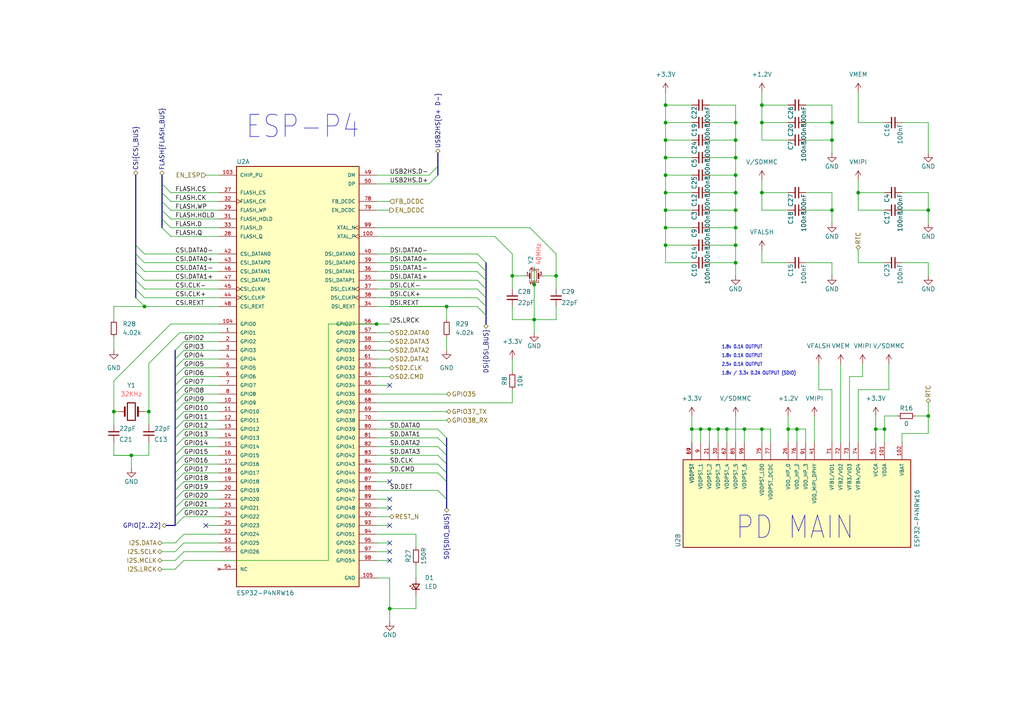
<source format=kicad_sch>
(kicad_sch (version 20250114) (generator "eeschema") (generator_version "9.0")
  (paper "A4")
  (title_block (title "ESP32-P4 MCU") (date "2025-06-14") (company "Team:Badge"))
  (lib_symbols
    (symbol "Device:C_Small" (pin_numbers (hide yes)) (pin_names (offset 0.254) (hide yes))
      (property "Reference" "C" (at 0.254 1.778 0))
      (property "Value" "C_Small" (at 0.254 -2.032 0))
      (symbol "C_Small_1_1"
        (pin passive line (at 0 2.54 270) (length 2.032) (name "~") (number "1"))
        (pin passive line (at 0 -2.54 90) (length 2.032) (name "~") (number "2"))
      )
    )
    (symbol "Device:Crystal" (pin_numbers (hide yes)) (pin_names (offset 1.016) (hide yes))
      (property "Reference" "Y" (at 0 3.81 0))
      (property "Value" "Crystal" (at 0 -3.81 0))
      (symbol "Crystal_1_1"
        (pin passive line (at -3.81 0 0) (length 1.27) (name "1") (number "1"))
        (pin passive line (at 3.81 0 180) (length 1.27) (name "2") (number "2"))
      )
    )
    (symbol "Device:Crystal_GND24_Small" (pin_names (offset 1.016) (hide yes))
      (property "Reference" "Y" (at 1.27 4.445 0))
      (property "Value" "Crystal_GND24_Small" (at 1.27 2.54 0))
      (symbol "Crystal_GND24_Small_1_1"
        (pin passive line (at -2.54 0 0) (length 1.27) (name "1") (number "1"))
        (pin passive line (at 0 2.54 270) (length 0.635) (name "4") (number "4"))
        (pin passive line (at 0 -2.54 90) (length 0.635) (name "2") (number "2"))
        (pin passive line (at 2.54 0 180) (length 1.27) (name "3") (number "3"))
      )
    )
    (symbol "Device:LED_Small" (pin_numbers (hide yes)) (pin_names (offset 0.254) (hide yes))
      (property "Reference" "D" (at -1.27 3.175 0))
      (property "Value" "LED_Small" (at -4.445 -2.54 0))
      (symbol "LED_Small_1_1"
        (pin passive line (at -2.54 0 0) (length 1.778) (name "K") (number "1"))
        (pin passive line (at 2.54 0 180) (length 1.778) (name "A") (number "2"))
      )
    )
    (symbol "Device:R_Small" (pin_numbers (hide yes)) (pin_names (offset 0.254) (hide yes))
      (property "Reference" "R" (at 0 0 90))
      (property "Value" "R_Small" (at 1.778 0 90))
      (symbol "R_Small_1_1"
        (pin passive line (at 0 2.54 270) (length 0.762) (name "~") (number "1"))
        (pin passive line (at 0 -2.54 90) (length 0.762) (name "~") (number "2"))
      )
    )
    (symbol "ESP32-P4NRW16:ESP32-P4NRW16" (pin_names (offset 1.016))
      (property "Reference" "U" (at -17.78 61.595 0))
      (property "Value" "ESP32-P4NRW16" (at -17.78 -63.5 0))
      (symbol "ESP32-P4NRW16_1_0"
        (pin input line (at -22.86 58.42 0) (length 5.08) (name "CHIP_PU") (number "103"))
        (pin output line (at -22.86 53.34 0) (length 5.08) (name "FLASH_CS") (number "27"))
        (pin output clock (at -22.86 50.8 0) (length 5.08) (name "FLASH_CK") (number "32"))
        (pin bidirectional line (at -22.86 48.26 0) (length 5.08) (name "FLASH_WP") (number "29"))
        (pin bidirectional line (at -22.86 45.72 0) (length 5.08) (name "FLASH_HOLD") (number "31"))
        (pin bidirectional line (at -22.86 43.18 0) (length 5.08) (name "FLASH_D") (number "33"))
        (pin bidirectional line (at -22.86 40.64 0) (length 5.08) (name "FLASH_Q") (number "28"))
        (pin bidirectional line (at -22.86 35.56 0) (length 5.08) (name "CSI_DATAN0") (number "42"))
        (pin bidirectional line (at -22.86 33.02 0) (length 5.08) (name "CSI_DATAP0") (number "43"))
        (pin bidirectional line (at -22.86 30.48 0) (length 5.08) (name "CSI_DATAN1") (number "46"))
        (pin bidirectional line (at -22.86 27.94 0) (length 5.08) (name "CSI_DATAP1") (number "47"))
        (pin bidirectional clock (at -22.86 25.4 0) (length 5.08) (name "CSI_CLKN") (number "45"))
        (pin bidirectional clock (at -22.86 22.86 0) (length 5.08) (name "CSI_CLKP") (number "44"))
        (pin bidirectional line (at -22.86 20.32 0) (length 5.08) (name "CSI_REXT") (number "48"))
        (pin bidirectional line (at -22.86 15.24 0) (length 5.08) (name "GPIO0") (number "104"))
        (pin bidirectional line (at -22.86 12.7 0) (length 5.08) (name "GPIO1") (number "1"))
        (pin bidirectional line (at -22.86 10.16 0) (length 5.08) (name "GPIO2") (number "2"))
        (pin bidirectional line (at -22.86 7.62 0) (length 5.08) (name "GPIO3") (number "3"))
        (pin bidirectional line (at -22.86 5.08 0) (length 5.08) (name "GPIO4") (number "4"))
        (pin bidirectional line (at -22.86 2.54 0) (length 5.08) (name "GPIO5") (number "5"))
        (pin bidirectional line (at -22.86 0 0) (length 5.08) (name "GPIO6") (number "6"))
        (pin bidirectional line (at -22.86 -2.54 0) (length 5.08) (name "GPIO7") (number "7"))
        (pin bidirectional line (at -22.86 -5.08 0) (length 5.08) (name "GPIO8") (number "8"))
        (pin bidirectional line (at -22.86 -7.62 0) (length 5.08) (name "GPIO9") (number "10"))
        (pin bidirectional line (at -22.86 -10.16 0) (length 5.08) (name "GPIO10") (number "11"))
        (pin bidirectional line (at -22.86 -12.7 0) (length 5.08) (name "GPIO11") (number "12"))
        (pin bidirectional line (at -22.86 -15.24 0) (length 5.08) (name "GPIO12") (number "13"))
        (pin bidirectional line (at -22.86 -17.78 0) (length 5.08) (name "GPIO13") (number "14"))
        (pin bidirectional line (at -22.86 -20.32 0) (length 5.08) (name "GPIO14") (number "15"))
        (pin bidirectional line (at -22.86 -22.86 0) (length 5.08) (name "GPIO15") (number "16"))
        (pin bidirectional line (at -22.86 -25.4 0) (length 5.08) (name "GPIO16") (number "17"))
        (pin bidirectional line (at -22.86 -27.94 0) (length 5.08) (name "GPIO17") (number "18"))
        (pin bidirectional line (at -22.86 -30.48 0) (length 5.08) (name "GPIO18") (number "19"))
        (pin bidirectional line (at -22.86 -33.02 0) (length 5.08) (name "GPIO19") (number "20"))
        (pin bidirectional line (at -22.86 -35.56 0) (length 5.08) (name "GPIO20") (number "22"))
        (pin bidirectional line (at -22.86 -38.1 0) (length 5.08) (name "GPIO21") (number "23"))
        (pin bidirectional line (at -22.86 -40.64 0) (length 5.08) (name "GPIO22") (number "24"))
        (pin bidirectional line (at -22.86 -43.18 0) (length 5.08) (name "GPIO23") (number "25"))
        (pin bidirectional line (at -22.86 -45.72 0) (length 5.08) (name "GPIO24") (number "52"))
        (pin bidirectional line (at -22.86 -48.26 0) (length 5.08) (name "GPIO25") (number "53"))
        (pin bidirectional line (at -22.86 -50.8 0) (length 5.08) (name "GPIO26") (number "55"))
        (pin no_connect line (at -22.86 -55.88 0) (length 5.08) (name "NC") (number "54"))
        (pin bidirectional line (at 22.86 58.42 180) (length 5.08) (name "DM") (number "49"))
        (pin bidirectional line (at 22.86 55.88 180) (length 5.08) (name "DP") (number "50"))
        (pin input line (at 22.86 50.8 180) (length 5.08) (name "FB_DCDC") (number "78"))
        (pin output line (at 22.86 48.26 180) (length 5.08) (name "EN_DCDC") (number "79"))
        (pin bidirectional clock (at 22.86 43.18 180) (length 5.08) (name "XTAL_N") (number "99"))
        (pin bidirectional clock (at 22.86 40.64 180) (length 5.08) (name "XTAL_P") (number "100"))
        (pin bidirectional line (at 22.86 35.56 180) (length 5.08) (name "DSI_DATAN0") (number "40"))
        (pin bidirectional line (at 22.86 33.02 180) (length 5.08) (name "DSI_DATAP0") (number "39"))
        (pin bidirectional line (at 22.86 30.48 180) (length 5.08) (name "DSI_DATAN1") (number "36"))
        (pin bidirectional line (at 22.86 27.94 180) (length 5.08) (name "DSI_DATAP1") (number "35"))
        (pin bidirectional clock (at 22.86 25.4 180) (length 5.08) (name "DSI_CLKN") (number "37"))
        (pin bidirectional clock (at 22.86 22.86 180) (length 5.08) (name "DSI_CLKP") (number "38"))
        (pin bidirectional line (at 22.86 20.32 180) (length 5.08) (name "DSI_REXT") (number "34"))
        (pin bidirectional line (at 22.86 15.24 180) (length 5.08) (name "GPIO27") (number "56"))
        (pin bidirectional line (at 22.86 12.7 180) (length 5.08) (name "GPIO28") (number "57"))
        (pin bidirectional line (at 22.86 10.16 180) (length 5.08) (name "GPIO29") (number "58"))
        (pin bidirectional line (at 22.86 7.62 180) (length 5.08) (name "GPIO30") (number "60"))
        (pin bidirectional line (at 22.86 5.08 180) (length 5.08) (name "GPIO31") (number "61"))
        (pin bidirectional line (at 22.86 2.54 180) (length 5.08) (name "GPIO32") (number "63"))
        (pin bidirectional line (at 22.86 0 180) (length 5.08) (name "GPIO33") (number "64"))
        (pin bidirectional line (at 22.86 -2.54 180) (length 5.08) (name "GPIO34") (number "65"))
        (pin bidirectional line (at 22.86 -5.08 180) (length 5.08) (name "GPIO35") (number "66"))
        (pin bidirectional line (at 22.86 -7.62 180) (length 5.08) (name "GPIO36") (number "68"))
        (pin bidirectional line (at 22.86 -10.16 180) (length 5.08) (name "GPIO37") (number "69"))
        (pin bidirectional line (at 22.86 -12.7 180) (length 5.08) (name "GPIO38") (number "70"))
        (pin bidirectional line (at 22.86 -15.24 180) (length 5.08) (name "GPIO39") (number "80"))
        (pin bidirectional line (at 22.86 -17.78 180) (length 5.08) (name "GPIO40") (number "81"))
        (pin bidirectional line (at 22.86 -20.32 180) (length 5.08) (name "GPIO41") (number "82"))
        (pin bidirectional line (at 22.86 -22.86 180) (length 5.08) (name "GPIO42") (number "83"))
        (pin bidirectional line (at 22.86 -25.4 180) (length 5.08) (name "GPIO43") (number "84"))
        (pin bidirectional line (at 22.86 -27.94 180) (length 5.08) (name "GPIO44") (number "86"))
        (pin bidirectional line (at 22.86 -30.48 180) (length 5.08) (name "GPIO45") (number "87"))
        (pin bidirectional line (at 22.86 -33.02 180) (length 5.08) (name "GPIO46") (number "88"))
        (pin bidirectional line (at 22.86 -35.56 180) (length 5.08) (name "GPIO47") (number "89"))
        (pin bidirectional line (at 22.86 -38.1 180) (length 5.08) (name "GPIO48") (number "90"))
        (pin bidirectional line (at 22.86 -40.64 180) (length 5.08) (name "GPIO49") (number "92"))
        (pin bidirectional line (at 22.86 -43.18 180) (length 5.08) (name "GPIO50") (number "93"))
        (pin bidirectional line (at 22.86 -45.72 180) (length 5.08) (name "GPIO51") (number "94"))
        (pin bidirectional line (at 22.86 -48.26 180) (length 5.08) (name "GPIO52") (number "95"))
        (pin bidirectional line (at 22.86 -50.8 180) (length 5.08) (name "GPIO53") (number "97"))
        (pin bidirectional line (at 22.86 -53.34 180) (length 5.08) (name "GPIO54") (number "98"))
        (pin power_in line (at 22.86 -58.42 180) (length 5.08) (name "GND") (number "105"))
      )
      (symbol "ESP32-P4NRW16_2_0"
        (pin power_in line (at 17.78 30.48 180) (length 5.08) (name "VDDPST") (number "59"))
        (pin power_in line (at 17.78 30.48 180) (length 5.08) (name "VDDPST") (number "67"))
        (pin power_in line (at 17.78 27.94 180) (length 5.08) (name "VDDPST_1") (number "9"))
        (pin power_in line (at 17.78 25.4 180) (length 5.08) (name "VDDPST_2") (number "21"))
        (pin power_in line (at 17.78 22.86 180) (length 5.08) (name "VDDPST_3") (number "30"))
        (pin power_in line (at 17.78 20.32 180) (length 5.08) (name "VDDPST_4") (number "62"))
        (pin power_in line (at 17.78 17.78 180) (length 5.08) (name "VDDPST_5") (number "85"))
        (pin power_in line (at 17.78 15.24 180) (length 5.08) (name "VDDPST_6") (number "96"))
        (pin power_in line (at 17.78 10.16 180) (length 5.08) (name "VDDPST_LDO") (number "75"))
        (pin power_in line (at 17.78 7.62 180) (length 5.08) (name "VDDPST_DCDC") (number "77"))
        (pin power_in line (at 17.78 2.54 180) (length 5.08) (name "VDD_HP_0") (number "26"))
        (pin power_in line (at 17.78 0 180) (length 5.08) (name "VDD_HP_2") (number "76"))
        (pin power_in line (at 17.78 -2.54 180) (length 5.08) (name "VDD_HP_3") (number "91"))
        (pin power_in line (at 17.78 -5.08 180) (length 5.08) (name "VDD_MIPI_DPHY") (number "41"))
        (pin power_in line (at 17.78 -10.16 180) (length 5.08) (name "VFB1/VO1") (number "71"))
        (pin power_in line (at 17.78 -12.7 180) (length 5.08) (name "VFB2/VO2") (number "72"))
        (pin power_in line (at 17.78 -15.24 180) (length 5.08) (name "VFB3/VO3") (number "73"))
        (pin power_in line (at 17.78 -17.78 180) (length 5.08) (name "VFB4/VO4") (number "74"))
        (pin power_in line (at 17.78 -22.86 180) (length 5.08) (name "VCCA") (number "51"))
        (pin power_in line (at 17.78 -25.4 180) (length 5.08) (name "VDDA") (number "101"))
        (pin power_in line (at 17.78 -30.48 180) (length 5.08) (name "VBAT") (number "102"))
      )
    )
    (symbol "ESP32-P4NRW16_1" (pin_names (offset 1.016))
      (property "Reference" "U" (at -17.78 61.595 0))
      (property "Value" "ESP32-P4NRW16" (at -17.78 -63.5 0))
      (symbol "ESP32-P4NRW16_1_1_0"
        (pin input line (at -22.86 58.42 0) (length 5.08) (name "CHIP_PU") (number "103"))
        (pin output line (at -22.86 53.34 0) (length 5.08) (name "FLASH_CS") (number "27"))
        (pin output clock (at -22.86 50.8 0) (length 5.08) (name "FLASH_CK") (number "32"))
        (pin bidirectional line (at -22.86 48.26 0) (length 5.08) (name "FLASH_WP") (number "29"))
        (pin bidirectional line (at -22.86 45.72 0) (length 5.08) (name "FLASH_HOLD") (number "31"))
        (pin bidirectional line (at -22.86 43.18 0) (length 5.08) (name "FLASH_D") (number "33"))
        (pin bidirectional line (at -22.86 40.64 0) (length 5.08) (name "FLASH_Q") (number "28"))
        (pin bidirectional line (at -22.86 35.56 0) (length 5.08) (name "CSI_DATAN0") (number "42"))
        (pin bidirectional line (at -22.86 33.02 0) (length 5.08) (name "CSI_DATAP0") (number "43"))
        (pin bidirectional line (at -22.86 30.48 0) (length 5.08) (name "CSI_DATAN1") (number "46"))
        (pin bidirectional line (at -22.86 27.94 0) (length 5.08) (name "CSI_DATAP1") (number "47"))
        (pin bidirectional clock (at -22.86 25.4 0) (length 5.08) (name "CSI_CLKN") (number "45"))
        (pin bidirectional clock (at -22.86 22.86 0) (length 5.08) (name "CSI_CLKP") (number "44"))
        (pin bidirectional line (at -22.86 20.32 0) (length 5.08) (name "CSI_REXT") (number "48"))
        (pin bidirectional line (at -22.86 15.24 0) (length 5.08) (name "GPIO0") (number "104"))
        (pin bidirectional line (at -22.86 12.7 0) (length 5.08) (name "GPIO1") (number "1"))
        (pin bidirectional line (at -22.86 10.16 0) (length 5.08) (name "GPIO2") (number "2"))
        (pin bidirectional line (at -22.86 7.62 0) (length 5.08) (name "GPIO3") (number "3"))
        (pin bidirectional line (at -22.86 5.08 0) (length 5.08) (name "GPIO4") (number "4"))
        (pin bidirectional line (at -22.86 2.54 0) (length 5.08) (name "GPIO5") (number "5"))
        (pin bidirectional line (at -22.86 0 0) (length 5.08) (name "GPIO6") (number "6"))
        (pin bidirectional line (at -22.86 -2.54 0) (length 5.08) (name "GPIO7") (number "7"))
        (pin bidirectional line (at -22.86 -5.08 0) (length 5.08) (name "GPIO8") (number "8"))
        (pin bidirectional line (at -22.86 -7.62 0) (length 5.08) (name "GPIO9") (number "10"))
        (pin bidirectional line (at -22.86 -10.16 0) (length 5.08) (name "GPIO10") (number "11"))
        (pin bidirectional line (at -22.86 -12.7 0) (length 5.08) (name "GPIO11") (number "12"))
        (pin bidirectional line (at -22.86 -15.24 0) (length 5.08) (name "GPIO12") (number "13"))
        (pin bidirectional line (at -22.86 -17.78 0) (length 5.08) (name "GPIO13") (number "14"))
        (pin bidirectional line (at -22.86 -20.32 0) (length 5.08) (name "GPIO14") (number "15"))
        (pin bidirectional line (at -22.86 -22.86 0) (length 5.08) (name "GPIO15") (number "16"))
        (pin bidirectional line (at -22.86 -25.4 0) (length 5.08) (name "GPIO16") (number "17"))
        (pin bidirectional line (at -22.86 -27.94 0) (length 5.08) (name "GPIO17") (number "18"))
        (pin bidirectional line (at -22.86 -30.48 0) (length 5.08) (name "GPIO18") (number "19"))
        (pin bidirectional line (at -22.86 -33.02 0) (length 5.08) (name "GPIO19") (number "20"))
        (pin bidirectional line (at -22.86 -35.56 0) (length 5.08) (name "GPIO20") (number "22"))
        (pin bidirectional line (at -22.86 -38.1 0) (length 5.08) (name "GPIO21") (number "23"))
        (pin bidirectional line (at -22.86 -40.64 0) (length 5.08) (name "GPIO22") (number "24"))
        (pin bidirectional line (at -22.86 -43.18 0) (length 5.08) (name "GPIO23") (number "25"))
        (pin bidirectional line (at -22.86 -45.72 0) (length 5.08) (name "GPIO24") (number "52"))
        (pin bidirectional line (at -22.86 -48.26 0) (length 5.08) (name "GPIO25") (number "53"))
        (pin bidirectional line (at -22.86 -50.8 0) (length 5.08) (name "GPIO26") (number "55"))
        (pin no_connect line (at -22.86 -55.88 0) (length 5.08) (name "NC") (number "54"))
        (pin bidirectional line (at 22.86 58.42 180) (length 5.08) (name "DM") (number "49"))
        (pin bidirectional line (at 22.86 55.88 180) (length 5.08) (name "DP") (number "50"))
        (pin input line (at 22.86 50.8 180) (length 5.08) (name "FB_DCDC") (number "78"))
        (pin output line (at 22.86 48.26 180) (length 5.08) (name "EN_DCDC") (number "79"))
        (pin bidirectional clock (at 22.86 43.18 180) (length 5.08) (name "XTAL_N") (number "99"))
        (pin bidirectional clock (at 22.86 40.64 180) (length 5.08) (name "XTAL_P") (number "100"))
        (pin bidirectional line (at 22.86 35.56 180) (length 5.08) (name "DSI_DATAN0") (number "40"))
        (pin bidirectional line (at 22.86 33.02 180) (length 5.08) (name "DSI_DATAP0") (number "39"))
        (pin bidirectional line (at 22.86 30.48 180) (length 5.08) (name "DSI_DATAN1") (number "36"))
        (pin bidirectional line (at 22.86 27.94 180) (length 5.08) (name "DSI_DATAP1") (number "35"))
        (pin bidirectional clock (at 22.86 25.4 180) (length 5.08) (name "DSI_CLKN") (number "37"))
        (pin bidirectional clock (at 22.86 22.86 180) (length 5.08) (name "DSI_CLKP") (number "38"))
        (pin bidirectional line (at 22.86 20.32 180) (length 5.08) (name "DSI_REXT") (number "34"))
        (pin bidirectional line (at 22.86 15.24 180) (length 5.08) (name "GPIO27") (number "56"))
        (pin bidirectional line (at 22.86 12.7 180) (length 5.08) (name "GPIO28") (number "57"))
        (pin bidirectional line (at 22.86 10.16 180) (length 5.08) (name "GPIO29") (number "58"))
        (pin bidirectional line (at 22.86 7.62 180) (length 5.08) (name "GPIO30") (number "60"))
        (pin bidirectional line (at 22.86 5.08 180) (length 5.08) (name "GPIO31") (number "61"))
        (pin bidirectional line (at 22.86 2.54 180) (length 5.08) (name "GPIO32") (number "63"))
        (pin bidirectional line (at 22.86 0 180) (length 5.08) (name "GPIO33") (number "64"))
        (pin bidirectional line (at 22.86 -2.54 180) (length 5.08) (name "GPIO34") (number "65"))
        (pin bidirectional line (at 22.86 -5.08 180) (length 5.08) (name "GPIO35") (number "66"))
        (pin bidirectional line (at 22.86 -7.62 180) (length 5.08) (name "GPIO36") (number "68"))
        (pin bidirectional line (at 22.86 -10.16 180) (length 5.08) (name "GPIO37") (number "69"))
        (pin bidirectional line (at 22.86 -12.7 180) (length 5.08) (name "GPIO38") (number "70"))
        (pin bidirectional line (at 22.86 -15.24 180) (length 5.08) (name "GPIO39") (number "80"))
        (pin bidirectional line (at 22.86 -17.78 180) (length 5.08) (name "GPIO40") (number "81"))
        (pin bidirectional line (at 22.86 -20.32 180) (length 5.08) (name "GPIO41") (number "82"))
        (pin bidirectional line (at 22.86 -22.86 180) (length 5.08) (name "GPIO42") (number "83"))
        (pin bidirectional line (at 22.86 -25.4 180) (length 5.08) (name "GPIO43") (number "84"))
        (pin bidirectional line (at 22.86 -27.94 180) (length 5.08) (name "GPIO44") (number "86"))
        (pin bidirectional line (at 22.86 -30.48 180) (length 5.08) (name "GPIO45") (number "87"))
        (pin bidirectional line (at 22.86 -33.02 180) (length 5.08) (name "GPIO46") (number "88"))
        (pin bidirectional line (at 22.86 -35.56 180) (length 5.08) (name "GPIO47") (number "89"))
        (pin bidirectional line (at 22.86 -38.1 180) (length 5.08) (name "GPIO48") (number "90"))
        (pin bidirectional line (at 22.86 -40.64 180) (length 5.08) (name "GPIO49") (number "92"))
        (pin bidirectional line (at 22.86 -43.18 180) (length 5.08) (name "GPIO50") (number "93"))
        (pin bidirectional line (at 22.86 -45.72 180) (length 5.08) (name "GPIO51") (number "94"))
        (pin bidirectional line (at 22.86 -48.26 180) (length 5.08) (name "GPIO52") (number "95"))
        (pin bidirectional line (at 22.86 -50.8 180) (length 5.08) (name "GPIO53") (number "97"))
        (pin bidirectional line (at 22.86 -53.34 180) (length 5.08) (name "GPIO54") (number "98"))
        (pin power_in line (at 22.86 -58.42 180) (length 5.08) (name "GND") (number "105"))
      )
      (symbol "ESP32-P4NRW16_1_2_0"
        (pin power_in line (at 17.78 30.48 180) (length 5.08) (name "VDDPST") (number "59"))
        (pin power_in line (at 17.78 30.48 180) (length 5.08) (name "VDDPST") (number "67"))
        (pin power_in line (at 17.78 27.94 180) (length 5.08) (name "VDDPST_1") (number "9"))
        (pin power_in line (at 17.78 25.4 180) (length 5.08) (name "VDDPST_2") (number "21"))
        (pin power_in line (at 17.78 22.86 180) (length 5.08) (name "VDDPST_3") (number "30"))
        (pin power_in line (at 17.78 20.32 180) (length 5.08) (name "VDDPST_4") (number "62"))
        (pin power_in line (at 17.78 17.78 180) (length 5.08) (name "VDDPST_5") (number "85"))
        (pin power_in line (at 17.78 15.24 180) (length 5.08) (name "VDDPST_6") (number "96"))
        (pin power_in line (at 17.78 10.16 180) (length 5.08) (name "VDDPST_LDO") (number "75"))
        (pin power_in line (at 17.78 7.62 180) (length 5.08) (name "VDDPST_DCDC") (number "77"))
        (pin power_in line (at 17.78 2.54 180) (length 5.08) (name "VDD_HP_0") (number "26"))
        (pin power_in line (at 17.78 0 180) (length 5.08) (name "VDD_HP_2") (number "76"))
        (pin power_in line (at 17.78 -2.54 180) (length 5.08) (name "VDD_HP_3") (number "91"))
        (pin power_in line (at 17.78 -5.08 180) (length 5.08) (name "VDD_MIPI_DPHY") (number "41"))
        (pin power_in line (at 17.78 -10.16 180) (length 5.08) (name "VFB1/VO1") (number "71"))
        (pin power_in line (at 17.78 -12.7 180) (length 5.08) (name "VFB2/VO2") (number "72"))
        (pin power_in line (at 17.78 -15.24 180) (length 5.08) (name "VFB3/VO3") (number "73"))
        (pin power_in line (at 17.78 -17.78 180) (length 5.08) (name "VFB4/VO4") (number "74"))
        (pin power_in line (at 17.78 -22.86 180) (length 5.08) (name "VCCA") (number "51"))
        (pin power_in line (at 17.78 -25.4 180) (length 5.08) (name "VDDA") (number "101"))
        (pin power_in line (at 17.78 -30.48 180) (length 5.08) (name "VBAT") (number "102"))
      )
    )
    (symbol "power:+1V2" (power) (pin_numbers (hide yes)) (pin_names (offset 0) (hide yes))
      (property "Value" "+1V2" (at 0 3.556 0))
      (symbol "+1V2_1_1"
        (pin power_in line (at 0 0 90) (length 0) (name "~") (number "1"))
      )
    )
    (symbol "power:+3.3V" (power) (pin_numbers (hide yes)) (pin_names (offset 0) (hide yes))
      (property "Value" "+3.3V" (at 0 3.556 0))
      (symbol "+3.3V_1_1"
        (pin power_in line (at 0 0 90) (length 0) (name "~") (number "1"))
      )
    )
    (symbol "power:GND" (power) (pin_numbers (hide yes)) (pin_names (offset 0) (hide yes))
      (property "Value" "GND" (at 0 -3.81 0))
      (symbol "GND_1_1"
        (pin power_in line (at 0 0 270) (length 0) (name "~") (number "1"))
      )
    )
    (symbol "power:VDD" (power) (pin_numbers (hide yes)) (pin_names (offset 0) (hide yes))
      (property "Value" "VDD" (at 0 3.556 0))
      (symbol "VDD_1_1"
        (pin power_in line (at 0 0 90) (length 0) (name "~") (number "1"))
      )
    )
    (symbol "power:VDDA" (power) (pin_numbers (hide yes)) (pin_names (offset 0) (hide yes))
      (property "Value" "VDDA" (at 0 3.556 0))
      (symbol "VDDA_1_1"
        (pin power_in line (at 0 0 90) (length 0) (name "~") (number "1"))
      )
    )
    (symbol "power:VMEM" (power) (pin_numbers (hide yes)) (pin_names (offset 0) (hide yes))
      (property "Value" "VMEM" (at 0 3.556 0))
      (symbol "VMEM_1_1"
        (pin power_in line (at 0 0 90) (length 0) (name "~") (number "1"))
      )
    )
    (symbol "power:Vdrive" (power) (pin_numbers (hide yes)) (pin_names (offset 0) (hide yes))
      (property "Value" "Vdrive" (at 0 3.556 0))
      (symbol "Vdrive_1_1"
        (pin power_in line (at 0 0 90) (length 0) (name "~") (number "1"))
      )
    )
  )
  (bus_alias "CSI_BUS" (members "DATA0+" "DATA0-" "DATA1+" "DATA1-" "CLK-" "CLK+" "REXT"))
  (bus_alias "DSI_BUS" (members "DATA0+" "DATA0-" "DATA1+" "DATA1-" "CLK+" "CLK-" "REXT"))
  (bus_alias "FLASH_BUS" (members "CS" "CK" "WP" "HOLD" "D" "Q"))
  (bus_alias "SDIO_BUS" (members "DATA0" "DATA1" "DATA2" "DATA3" "CLK" "CMD" "DET"))
  (text "1.8v 0.1A OUTPUT" (at 209.296 103.886 0) (effects (font (size 1.016 0.8636)) (justify left bottom)))
  (text "1.8v 0.1A OUTPUT" (at 209.296 101.346 0) (effects (font (size 1.016 0.8636)) (justify left bottom)))
  (text "2.5v 0.1A OUTPUT" (at 209.296 106.426 0) (effects (font (size 1.016 0.8636)) (justify left bottom)))
  (text "ESP-P4" (at 71.12 40.64 0) (effects (font (size 6.4516 5.4838)) (justify left bottom)))
  (text "PD MAIN" (at 247.904 149.352 0) (effects (font (size 6.4516 5.4838)) (justify right top)))
  (text "1.8v / 3.3v 0.2A OUTPUT (SDIO)" (at 209.296 108.966 0) (effects (font (size 1.016 0.8636)) (justify left bottom)))
  (junction (at 269.24 120.65))
  (junction (at 220.98 55.88))
  (junction (at 220.98 30.48))
  (junction (at 193.04 66.04))
  (junction (at 213.36 50.8))
  (junction (at 38.1 132.08))
  (junction (at 129.54 88.9))
  (junction (at 269.24 60.96))
  (junction (at 43.18 119.38))
  (junction (at 213.36 76.2))
  (junction (at 154.94 92.71))
  (junction (at 241.3 40.64))
  (junction (at 193.04 50.8))
  (junction (at 200.66 124.46))
  (junction (at 241.3 60.96))
  (junction (at 215.9 124.46))
  (junction (at 248.92 55.88))
  (junction (at 208.28 124.46))
  (junction (at 210.82 124.46))
  (junction (at 193.04 30.48))
  (junction (at 256.54 124.46))
  (junction (at 228.6 124.46))
  (junction (at 161.29 80.01))
  (junction (at 193.04 40.64))
  (junction (at 213.36 71.12))
  (junction (at 33.02 119.38))
  (junction (at 213.36 35.56))
  (junction (at 148.59 80.01))
  (junction (at 203.2 124.46))
  (junction (at 109.22 93.98))
  (junction (at 205.74 124.46))
  (junction (at 213.36 66.04))
  (junction (at 213.36 40.64))
  (junction (at 154.94 82.55))
  (junction (at 193.04 45.72))
  (junction (at 113.03 176.53))
  (junction (at 213.36 45.72))
  (junction (at 231.14 124.46))
  (junction (at 254 124.46))
  (junction (at 193.04 71.12))
  (junction (at 41.91 88.9))
  (junction (at 220.98 124.46))
  (junction (at 193.04 60.96))
  (junction (at 193.04 55.88))
  (junction (at 241.3 35.56))
  (junction (at 213.36 60.96))
  (junction (at 220.98 35.56))
  (junction (at 193.04 35.56))
  (junction (at 213.36 55.88))
  (no_connect (at 113.03 144.78))
  (no_connect (at 113.03 147.32))
  (no_connect (at 59.69 152.4))
  (no_connect (at 113.03 139.7))
  (no_connect (at 113.03 157.48))
  (no_connect (at 113.03 162.56))
  (no_connect (at 113.03 160.02))
  (no_connect (at 113.03 152.4))
  (no_connect (at 113.03 111.76))
  (bus_entry (at 39.37 71.12) (size 2.54 2.54))
  (bus_entry (at 50.8 137.16) (size 2.54 -2.54))
  (bus_entry (at 46.99 63.5) (size 2.54 2.54))
  (bus_entry (at 50.8 111.76) (size 2.54 -2.54))
  (bus_entry (at 129.54 129.54) (size -2.54 -2.54))
  (bus_entry (at 46.99 53.34) (size 2.54 2.54))
  (bus_entry (at 50.8 119.38) (size 2.54 -2.54))
  (bus_entry (at 50.8 121.92) (size 2.54 -2.54))
  (bus_entry (at 140.97 88.9) (size -2.54 -2.54))
  (bus_entry (at 39.37 78.74) (size 2.54 2.54))
  (bus_entry (at 50.8 132.08) (size 2.54 -2.54))
  (bus_entry (at 50.8 129.54) (size 2.54 -2.54))
  (bus_entry (at 50.8 144.78) (size 2.54 -2.54))
  (bus_entry (at 127 48.26) (size -2.54 2.54))
  (bus_entry (at 39.37 76.2) (size 2.54 2.54))
  (bus_entry (at 140.97 76.2) (size -2.54 -2.54))
  (bus_entry (at 50.8 134.62) (size 2.54 -2.54))
  (bus_entry (at 46.99 58.42) (size 2.54 2.54))
  (bus_entry (at 127 50.8) (size -2.54 2.54))
  (bus_entry (at 50.8 116.84) (size 2.54 -2.54))
  (bus_entry (at 140.97 86.36) (size -2.54 -2.54))
  (bus_entry (at 50.8 142.24) (size 2.54 -2.54))
  (bus_entry (at 50.8 149.86) (size 2.54 -2.54))
  (bus_entry (at 129.54 144.78) (size -2.54 -2.54))
  (bus_entry (at 50.8 124.46) (size 2.54 -2.54))
  (bus_entry (at 129.54 137.16) (size -2.54 -2.54))
  (bus_entry (at 50.8 109.22) (size 2.54 -2.54))
  (bus_entry (at 50.8 127) (size 2.54 -2.54))
  (bus_entry (at 39.37 83.82) (size 2.54 2.54))
  (bus_entry (at 50.8 114.3) (size 2.54 -2.54))
  (bus_entry (at 129.54 139.7) (size -2.54 -2.54))
  (bus_entry (at 129.54 127) (size -2.54 -2.54))
  (bus_entry (at 39.37 73.66) (size 2.54 2.54))
  (bus_entry (at 140.97 78.74) (size -2.54 -2.54))
  (bus_entry (at 50.8 101.6) (size 2.54 -2.54))
  (bus_entry (at 50.8 104.14) (size 2.54 -2.54))
  (bus_entry (at 129.54 134.62) (size -2.54 -2.54))
  (bus_entry (at 129.54 132.08) (size -2.54 -2.54))
  (bus_entry (at 140.97 91.44) (size -2.54 -2.54))
  (bus_entry (at 50.8 152.4) (size 2.54 -2.54))
  (bus_entry (at 140.97 81.28) (size -2.54 -2.54))
  (bus_entry (at 46.99 66.04) (size 2.54 2.54))
  (bus_entry (at 50.8 139.7) (size 2.54 -2.54))
  (bus_entry (at 46.99 60.96) (size 2.54 2.54))
  (bus_entry (at 39.37 81.28) (size 2.54 2.54))
  (bus_entry (at 140.97 83.82) (size -2.54 -2.54))
  (bus_entry (at 50.8 106.68) (size 2.54 -2.54))
  (bus_entry (at 39.37 86.36) (size 2.54 2.54))
  (bus_entry (at 50.8 147.32) (size 2.54 -2.54))
  (bus_entry (at 46.99 55.88) (size 2.54 2.54))
  (wire (pts (xy 193.04 71.12) (xy 200.66 71.12)))
  (wire (pts (xy 248.92 76.2) (xy 256.54 76.2)) (stroke (width 0.1524)))
  (wire (pts (xy 220.98 52.07) (xy 220.98 55.88)) (stroke (width 0.1524)))
  (wire (pts (xy 53.34 129.54) (xy 58.42 129.54)))
  (wire (pts (xy 53.34 121.92) (xy 58.42 121.92)))
  (wire (pts (xy 203.2 124.46) (xy 205.74 124.46)))
  (bus (pts (xy 39.37 50.8) (xy 39.37 71.12)))
  (wire (pts (xy 193.04 30.48) (xy 200.66 30.48)) (stroke (width 0.1524)))
  (wire (pts (xy 213.36 128.27) (xy 213.36 120.65)))
  (wire (pts (xy 113.03 157.48) (xy 109.22 157.48)))
  (wire (pts (xy 261.62 76.2) (xy 269.24 76.2)) (stroke (width 0.1524)))
  (wire (pts (xy 113.03 137.16) (xy 127 137.16)))
  (wire (pts (xy 269.24 125.73) (xy 261.62 125.73)))
  (wire (pts (xy 213.36 71.12) (xy 213.36 66.04)) (stroke (width 0.1524)))
  (wire (pts (xy 53.34 111.76) (xy 58.42 111.76)))
  (wire (pts (xy 210.82 128.27) (xy 210.82 124.46)))
  (bus (pts (xy 46.99 63.5) (xy 46.99 66.04)))
  (wire (pts (xy 213.36 66.04) (xy 213.36 60.96)) (stroke (width 0.1524)))
  (wire (pts (xy 246.38 109.22) (xy 246.38 128.27)))
  (wire (pts (xy 95.25 93.98) (xy 109.22 93.98)))
  (bus (pts (xy 50.8 127) (xy 50.8 129.54)))
  (wire (pts (xy 109.22 152.4) (xy 113.03 152.4)))
  (wire (pts (xy 241.3 55.88) (xy 233.68 55.88)) (stroke (width 0.1524)))
  (wire (pts (xy 254 124.46) (xy 256.54 124.46)))
  (wire (pts (xy 220.98 30.48) (xy 220.98 35.56)))
  (wire (pts (xy 109.22 66.04) (xy 153.67 66.04)) (stroke (width 0.1524)))
  (bus (pts (xy 50.8 101.6) (xy 50.8 104.14)))
  (wire (pts (xy 220.98 72.39) (xy 220.98 76.2)))
  (wire (pts (xy 53.34 149.86) (xy 58.42 149.86)))
  (wire (pts (xy 213.36 35.56) (xy 205.74 35.56)) (stroke (width 0.1524)))
  (wire (pts (xy 113.03 176.53) (xy 113.03 180.34)) (stroke (width 0.1524)))
  (wire (pts (xy 220.98 76.2) (xy 228.6 76.2)))
  (wire (pts (xy 53.34 142.24) (xy 58.42 142.24)))
  (wire (pts (xy 215.9 128.27) (xy 215.9 124.46)))
  (wire (pts (xy 215.9 124.46) (xy 220.98 124.46)))
  (wire (pts (xy 111.76 76.2) (xy 138.43 76.2)))
  (wire (pts (xy 109.22 134.62) (xy 111.76 134.62)) (stroke (width 0.1524)))
  (wire (pts (xy 49.53 55.88) (xy 50.8 55.88)))
  (wire (pts (xy 129.54 88.9) (xy 138.43 88.9)))
  (wire (pts (xy 109.22 88.9) (xy 129.54 88.9)) (stroke (width 0.1524)))
  (wire (pts (xy 213.36 45.72) (xy 205.74 45.72)) (stroke (width 0.1524)))
  (wire (pts (xy 41.91 86.36) (xy 59.69 86.36)))
  (wire (pts (xy 241.3 76.2) (xy 241.3 80.01)))
  (bus (pts (xy 129.54 134.62) (xy 129.54 137.16)))
  (wire (pts (xy 200.66 120.65) (xy 200.66 124.46)))
  (wire (pts (xy 148.59 88.9) (xy 148.59 92.71)))
  (wire (pts (xy 109.22 124.46) (xy 111.76 124.46)) (stroke (width 0.1524)))
  (bus (pts (xy 140.97 78.74) (xy 140.97 81.28)))
  (wire (pts (xy 208.28 128.27) (xy 208.28 124.46)))
  (wire (pts (xy 248.92 113.03) (xy 257.81 113.03)))
  (wire (pts (xy 53.34 119.38) (xy 58.42 119.38)))
  (wire (pts (xy 63.5 116.84) (xy 58.42 116.84)) (stroke (width 0.1524)))
  (wire (pts (xy 109.22 109.22) (xy 113.03 109.22)) (stroke (width 0.1524)))
  (wire (pts (xy 59.69 86.36) (xy 63.5 86.36)) (stroke (width 0.1524)))
  (wire (pts (xy 111.76 73.66) (xy 138.43 73.66)))
  (bus (pts (xy 50.8 147.32) (xy 50.8 149.86)))
  (wire (pts (xy 63.5 139.7) (xy 58.42 139.7)) (stroke (width 0.1524)))
  (wire (pts (xy 213.36 35.56) (xy 213.36 40.64)) (stroke (width 0.1524)))
  (bus (pts (xy 129.54 132.08) (xy 129.54 134.62)))
  (wire (pts (xy 53.34 144.78) (xy 58.42 144.78)))
  (wire (pts (xy 33.02 119.38) (xy 34.29 119.38)))
  (wire (pts (xy 41.91 81.28) (xy 59.69 81.28)))
  (wire (pts (xy 269.24 80.01) (xy 269.24 76.2)) (stroke (width 0.1524)))
  (wire (pts (xy 109.22 114.3) (xy 129.54 114.3)) (stroke (width 0.1524)))
  (wire (pts (xy 154.94 92.71) (xy 154.94 96.52)))
  (wire (pts (xy 193.04 76.2) (xy 200.66 76.2)))
  (wire (pts (xy 59.69 83.82) (xy 63.5 83.82)) (stroke (width 0.1524)))
  (wire (pts (xy 193.04 66.04) (xy 193.04 71.12)) (stroke (width 0.1524)))
  (wire (pts (xy 148.59 113.03) (xy 148.59 116.84)) (stroke (width 0.1524)))
  (wire (pts (xy 254 120.65) (xy 254 124.46)))
  (wire (pts (xy 63.5 129.54) (xy 58.42 129.54)) (stroke (width 0.1524)))
  (bus (pts (xy 39.37 76.2) (xy 39.37 78.74)))
  (wire (pts (xy 53.34 162.56) (xy 50.8 165.1)))
  (wire (pts (xy 248.92 55.88) (xy 256.54 55.88)) (stroke (width 0.1524)))
  (wire (pts (xy 213.36 50.8) (xy 205.74 50.8)) (stroke (width 0.1524)))
  (wire (pts (xy 53.34 154.94) (xy 63.5 154.94)) (stroke (width 0.1524)))
  (wire (pts (xy 257.81 105.41) (xy 257.81 113.03)))
  (wire (pts (xy 59.69 76.2) (xy 63.5 76.2)) (stroke (width 0.1524)))
  (bus (pts (xy 129.54 127) (xy 129.54 129.54)))
  (wire (pts (xy 208.28 124.46) (xy 210.82 124.46)))
  (wire (pts (xy 63.5 111.76) (xy 58.42 111.76)) (stroke (width 0.1524)))
  (wire (pts (xy 241.3 60.96) (xy 241.3 55.88)) (stroke (width 0.1524)))
  (wire (pts (xy 193.04 55.88) (xy 193.04 60.96)) (stroke (width 0.1524)))
  (wire (pts (xy 43.18 119.38) (xy 43.18 123.19)) (stroke (width 0.1524)))
  (wire (pts (xy 63.5 144.78) (xy 58.42 144.78)) (stroke (width 0.1524)))
  (wire (pts (xy 53.34 162.56) (xy 95.25 162.56)))
  (wire (pts (xy 161.29 83.82) (xy 161.29 80.01)))
  (wire (pts (xy 109.22 60.96) (xy 113.03 60.96)) (stroke (width 0.1524)))
  (wire (pts (xy 111.76 134.62) (xy 127 134.62)))
  (wire (pts (xy 241.3 30.48) (xy 241.3 35.56)) (stroke (width 0.1524)))
  (bus (pts (xy 50.8 149.86) (xy 50.8 152.4)))
  (wire (pts (xy 248.92 113.03) (xy 248.92 128.27)))
  (wire (pts (xy 193.04 50.8) (xy 193.04 55.88)) (stroke (width 0.1524)))
  (wire (pts (xy 109.22 132.08) (xy 111.76 132.08)) (stroke (width 0.1524)))
  (bus (pts (xy 140.97 83.82) (xy 140.97 86.36)))
  (wire (pts (xy 53.34 132.08) (xy 58.42 132.08)))
  (wire (pts (xy 109.22 116.84) (xy 148.59 116.84)) (stroke (width 0.1524)))
  (wire (pts (xy 33.02 88.9) (xy 41.91 88.9)) (stroke (width 0.1524)))
  (wire (pts (xy 113.03 167.64) (xy 113.03 176.53)) (stroke (width 0.1524)))
  (wire (pts (xy 33.02 92.71) (xy 33.02 88.9)) (stroke (width 0.1524)))
  (bus (pts (xy 50.8 104.14) (xy 50.8 106.68)))
  (wire (pts (xy 113.03 162.56) (xy 109.22 162.56)))
  (wire (pts (xy 109.22 137.16) (xy 113.03 137.16)) (stroke (width 0.1524)))
  (bus (pts (xy 48.26 152.4) (xy 50.8 152.4)))
  (wire (pts (xy 63.5 142.24) (xy 58.42 142.24)) (stroke (width 0.1524)))
  (bus (pts (xy 140.97 91.44) (xy 140.97 93.98)))
  (wire (pts (xy 213.36 76.2) (xy 213.36 80.01)))
  (wire (pts (xy 248.92 55.88) (xy 248.92 60.96)) (stroke (width 0.1524)))
  (wire (pts (xy 63.5 137.16) (xy 58.42 137.16)) (stroke (width 0.1524)))
  (bus (pts (xy 50.8 111.76) (xy 50.8 114.3)))
  (wire (pts (xy 50.8 55.88) (xy 63.5 55.88)) (stroke (width 0.1524)))
  (wire (pts (xy 38.1 135.89) (xy 38.1 132.08)))
  (wire (pts (xy 109.22 53.34) (xy 113.03 53.34)) (stroke (width 0.1524)))
  (wire (pts (xy 153.67 66.04) (xy 161.29 73.66)) (stroke (width 0.1524)))
  (wire (pts (xy 220.98 35.56) (xy 220.98 40.64)))
  (wire (pts (xy 109.22 149.86) (xy 113.03 149.86)) (stroke (width 0.1524)))
  (wire (pts (xy 237.49 105.41) (xy 237.49 113.03)))
  (bus (pts (xy 46.99 50.8) (xy 46.99 53.34)))
  (wire (pts (xy 220.98 128.27) (xy 220.98 124.46)))
  (wire (pts (xy 41.91 83.82) (xy 59.69 83.82)))
  (wire (pts (xy 43.18 105.41) (xy 52.07 96.52)) (stroke (width 0.1524)))
  (wire (pts (xy 109.22 129.54) (xy 111.76 129.54)) (stroke (width 0.1524)))
  (wire (pts (xy 148.59 73.66) (xy 148.59 80.01)) (stroke (width 0.1524)))
  (wire (pts (xy 49.53 58.42) (xy 63.5 58.42)))
  (wire (pts (xy 248.92 60.96) (xy 256.54 60.96)) (stroke (width 0.1524)))
  (bus (pts (xy 50.8 106.68) (xy 50.8 109.22)))
  (bus (pts (xy 50.8 121.92) (xy 50.8 124.46)))
  (wire (pts (xy 269.24 116.84) (xy 269.24 120.65)))
  (wire (pts (xy 53.34 127) (xy 58.42 127)))
  (bus (pts (xy 50.8 116.84) (xy 50.8 119.38)))
  (wire (pts (xy 241.3 60.96) (xy 233.68 60.96)) (stroke (width 0.1524)))
  (wire (pts (xy 220.98 30.48) (xy 228.6 30.48)))
  (wire (pts (xy 193.04 26.67) (xy 193.04 30.48)) (stroke (width 0.1524)))
  (bus (pts (xy 50.8 137.16) (xy 50.8 139.7)))
  (bus (pts (xy 50.8 109.22) (xy 50.8 111.76)))
  (wire (pts (xy 261.62 125.73) (xy 261.62 128.27)))
  (wire (pts (xy 213.36 40.64) (xy 205.74 40.64)) (stroke (width 0.1524)))
  (wire (pts (xy 63.5 106.68) (xy 58.42 106.68)) (stroke (width 0.1524)))
  (wire (pts (xy 46.99 157.48) (xy 50.8 157.48)) (stroke (width 0.1524)))
  (wire (pts (xy 109.22 104.14) (xy 113.03 104.14)) (stroke (width 0.1524)))
  (wire (pts (xy 256.54 120.65) (xy 256.54 124.46)))
  (wire (pts (xy 33.02 119.38) (xy 33.02 110.49)))
  (wire (pts (xy 193.04 60.96) (xy 200.66 60.96)))
  (wire (pts (xy 231.14 128.27) (xy 231.14 124.46)))
  (wire (pts (xy 109.22 119.38) (xy 129.54 119.38)) (stroke (width 0.1524)))
  (wire (pts (xy 63.5 134.62) (xy 58.42 134.62)) (stroke (width 0.1524)))
  (wire (pts (xy 236.22 128.27) (xy 236.22 120.65)))
  (wire (pts (xy 228.6 120.65) (xy 228.6 124.46)))
  (wire (pts (xy 53.34 114.3) (xy 58.42 114.3)))
  (wire (pts (xy 111.76 124.46) (xy 127 124.46)))
  (wire (pts (xy 111.76 127) (xy 127 127)))
  (wire (pts (xy 113.03 139.7) (xy 109.22 139.7)))
  (wire (pts (xy 109.22 73.66) (xy 111.76 73.66)) (stroke (width 0.1524)))
  (wire (pts (xy 241.3 40.64) (xy 241.3 35.56)) (stroke (width 0.1524)))
  (wire (pts (xy 193.04 50.8) (xy 200.66 50.8)))
  (bus (pts (xy 50.8 134.62) (xy 50.8 137.16)))
  (wire (pts (xy 49.53 60.96) (xy 63.5 60.96)))
  (wire (pts (xy 53.34 124.46) (xy 58.42 124.46)))
  (wire (pts (xy 49.53 63.5) (xy 63.5 63.5)))
  (wire (pts (xy 53.34 160.02) (xy 50.8 162.56)) (stroke (width 0.1524)))
  (wire (pts (xy 53.34 157.48) (xy 50.8 160.02)) (stroke (width 0.1524)))
  (wire (pts (xy 109.22 167.64) (xy 113.03 167.64)) (stroke (width 0.1524)))
  (bus (pts (xy 46.99 55.88) (xy 46.99 58.42)))
  (bus (pts (xy 127 48.26) (xy 127 50.8)))
  (wire (pts (xy 213.36 55.88) (xy 205.74 55.88)) (stroke (width 0.1524)))
  (wire (pts (xy 113.03 88.9) (xy 129.54 88.9)))
  (wire (pts (xy 161.29 73.66) (xy 161.29 80.01)) (stroke (width 0.1524)))
  (bus (pts (xy 50.8 142.24) (xy 50.8 144.78)))
  (wire (pts (xy 43.18 128.27) (xy 43.18 132.08)) (stroke (width 0.1524)))
  (wire (pts (xy 109.22 154.94) (xy 120.65 154.94)))
  (wire (pts (xy 111.76 129.54) (xy 127 129.54)))
  (wire (pts (xy 233.68 128.27) (xy 233.68 124.46)))
  (wire (pts (xy 109.22 81.28) (xy 111.76 81.28)) (stroke (width 0.1524)))
  (wire (pts (xy 241.3 40.64) (xy 233.68 40.64)) (stroke (width 0.1524)))
  (bus (pts (xy 39.37 73.66) (xy 39.37 76.2)))
  (bus (pts (xy 129.54 137.16) (xy 129.54 139.7)))
  (wire (pts (xy 154.94 82.55) (xy 154.94 92.71)))
  (bus (pts (xy 140.97 81.28) (xy 140.97 83.82)))
  (wire (pts (xy 148.59 83.82) (xy 148.59 80.01)))
  (wire (pts (xy 109.22 101.6) (xy 113.03 101.6)) (stroke (width 0.1524)))
  (wire (pts (xy 113.03 50.8) (xy 124.46 50.8)))
  (wire (pts (xy 256.54 128.27) (xy 256.54 124.46)))
  (wire (pts (xy 63.5 132.08) (xy 58.42 132.08)) (stroke (width 0.1524)))
  (wire (pts (xy 220.98 55.88) (xy 220.98 60.96)) (stroke (width 0.1524)))
  (bus (pts (xy 39.37 71.12) (xy 39.37 73.66)))
  (wire (pts (xy 241.3 113.03) (xy 241.3 128.27)))
  (wire (pts (xy 41.91 73.66) (xy 59.69 73.66)))
  (wire (pts (xy 265.43 120.65) (xy 269.24 120.65)))
  (wire (pts (xy 41.91 78.74) (xy 59.69 78.74)))
  (wire (pts (xy 63.5 104.14) (xy 58.42 104.14)) (stroke (width 0.1524)))
  (wire (pts (xy 63.5 93.98) (xy 49.53 93.98)))
  (wire (pts (xy 154.94 92.71) (xy 161.29 92.71)))
  (wire (pts (xy 111.76 86.36) (xy 138.43 86.36)))
  (wire (pts (xy 213.36 66.04) (xy 205.74 66.04)) (stroke (width 0.1524)))
  (wire (pts (xy 269.24 35.56) (xy 269.24 44.45)) (stroke (width 0.1524)))
  (wire (pts (xy 231.14 124.46) (xy 233.68 124.46)))
  (wire (pts (xy 248.92 35.56) (xy 256.54 35.56)))
  (wire (pts (xy 53.34 101.6) (xy 58.42 101.6)))
  (wire (pts (xy 63.5 119.38) (xy 58.42 119.38)) (stroke (width 0.1524)))
  (wire (pts (xy 63.5 109.22) (xy 58.42 109.22)) (stroke (width 0.1524)))
  (wire (pts (xy 53.34 137.16) (xy 58.42 137.16)))
  (wire (pts (xy 193.04 55.88) (xy 200.66 55.88)))
  (wire (pts (xy 41.91 119.38) (xy 43.18 119.38)))
  (wire (pts (xy 113.03 53.34) (xy 124.46 53.34)))
  (bus (pts (xy 39.37 81.28) (xy 39.37 83.82)))
  (wire (pts (xy 109.22 50.8) (xy 113.03 50.8)) (stroke (width 0.1524)))
  (wire (pts (xy 241.3 60.96) (xy 241.3 64.77)))
  (wire (pts (xy 53.34 147.32) (xy 58.42 147.32)))
  (wire (pts (xy 52.07 96.52) (xy 63.5 96.52)) (stroke (width 0.1524)))
  (wire (pts (xy 59.69 81.28) (xy 63.5 81.28)) (stroke (width 0.1524)))
  (wire (pts (xy 193.04 66.04) (xy 200.66 66.04)))
  (wire (pts (xy 109.22 83.82) (xy 111.76 83.82)) (stroke (width 0.1524)))
  (wire (pts (xy 210.82 124.46) (xy 215.9 124.46)))
  (wire (pts (xy 46.99 162.56) (xy 50.8 162.56)) (stroke (width 0.1524)))
  (bus (pts (xy 50.8 144.78) (xy 50.8 147.32)))
  (wire (pts (xy 154.94 92.71) (xy 148.59 92.71)))
  (wire (pts (xy 248.92 26.67) (xy 248.92 35.56)))
  (wire (pts (xy 193.04 35.56) (xy 200.66 35.56)) (stroke (width 0.1524)))
  (wire (pts (xy 111.76 83.82) (xy 138.43 83.82)))
  (wire (pts (xy 109.22 106.68) (xy 113.03 106.68)) (stroke (width 0.1524)))
  (wire (pts (xy 113.03 147.32) (xy 109.22 147.32)))
  (wire (pts (xy 109.22 68.58) (xy 143.51 68.58)) (stroke (width 0.1524)))
  (wire (pts (xy 261.62 60.96) (xy 269.24 60.96)) (stroke (width 0.1524)))
  (wire (pts (xy 33.02 128.27) (xy 33.02 132.08)) (stroke (width 0.1524)))
  (wire (pts (xy 269.24 120.65) (xy 269.24 125.73)))
  (bus (pts (xy 46.99 60.96) (xy 46.99 63.5)))
  (wire (pts (xy 63.5 99.06) (xy 58.42 99.06)) (stroke (width 0.1524)))
  (wire (pts (xy 250.19 105.41) (xy 250.19 109.22)))
  (wire (pts (xy 63.5 121.92) (xy 58.42 121.92)) (stroke (width 0.1524)))
  (wire (pts (xy 63.5 124.46) (xy 58.42 124.46)) (stroke (width 0.1524)))
  (wire (pts (xy 220.98 60.96) (xy 228.6 60.96)) (stroke (width 0.1524)))
  (bus (pts (xy 129.54 129.54) (xy 129.54 132.08)))
  (bus (pts (xy 39.37 78.74) (xy 39.37 81.28)))
  (wire (pts (xy 220.98 55.88) (xy 228.6 55.88)))
  (wire (pts (xy 109.22 99.06) (xy 113.03 99.06)) (stroke (width 0.1524)))
  (wire (pts (xy 43.18 119.38) (xy 43.18 105.41)) (stroke (width 0.1524)))
  (wire (pts (xy 111.76 78.74) (xy 138.43 78.74)))
  (wire (pts (xy 109.22 96.52) (xy 113.03 96.52)) (stroke (width 0.1524)))
  (bus (pts (xy 50.8 129.54) (xy 50.8 132.08)))
  (wire (pts (xy 41.91 76.2) (xy 59.69 76.2)))
  (wire (pts (xy 109.22 78.74) (xy 111.76 78.74)) (stroke (width 0.1524)))
  (wire (pts (xy 109.22 127) (xy 111.76 127)) (stroke (width 0.1524)))
  (bus (pts (xy 46.99 58.42) (xy 46.99 60.96)))
  (wire (pts (xy 203.2 128.27) (xy 203.2 124.46)))
  (wire (pts (xy 213.36 50.8) (xy 213.36 45.72)) (stroke (width 0.1524)))
  (wire (pts (xy 113.03 176.53) (xy 120.65 176.53)))
  (wire (pts (xy 237.49 113.03) (xy 241.3 113.03)))
  (wire (pts (xy 120.65 163.83) (xy 120.65 167.64)))
  (wire (pts (xy 220.98 26.67) (xy 220.98 30.48)))
  (wire (pts (xy 38.1 132.08) (xy 33.02 132.08)))
  (wire (pts (xy 33.02 97.79) (xy 33.02 101.6)))
  (wire (pts (xy 200.66 128.27) (xy 200.66 124.46)))
  (wire (pts (xy 269.24 60.96) (xy 269.24 64.77)))
  (wire (pts (xy 59.69 78.74) (xy 63.5 78.74)) (stroke (width 0.1524)))
  (wire (pts (xy 46.99 160.02) (xy 50.8 160.02)) (stroke (width 0.1524)))
  (wire (pts (xy 193.04 45.72) (xy 193.04 50.8)) (stroke (width 0.1524)))
  (wire (pts (xy 109.22 93.98) (xy 113.03 93.98)))
  (wire (pts (xy 193.04 30.48) (xy 193.04 35.56)) (stroke (width 0.1524)))
  (wire (pts (xy 111.76 132.08) (xy 127 132.08)))
  (wire (pts (xy 63.5 50.8) (xy 59.69 50.8)) (stroke (width 0.1524)))
  (bus (pts (xy 50.8 124.46) (xy 50.8 127)))
  (bus (pts (xy 129.54 139.7) (xy 129.54 144.78)))
  (wire (pts (xy 59.69 73.66) (xy 63.5 73.66)) (stroke (width 0.1524)))
  (bus (pts (xy 127 44.45) (xy 127 48.26)))
  (wire (pts (xy 248.92 52.07) (xy 248.92 55.88)) (stroke (width 0.1524)))
  (wire (pts (xy 120.65 154.94) (xy 120.65 158.75)))
  (wire (pts (xy 269.24 55.88) (xy 261.62 55.88)) (stroke (width 0.1524)))
  (wire (pts (xy 228.6 124.46) (xy 231.14 124.46)))
  (wire (pts (xy 41.91 88.9) (xy 63.5 88.9)) (stroke (width 0.1524)))
  (bus (pts (xy 140.97 76.2) (xy 140.97 78.74)))
  (wire (pts (xy 109.22 142.24) (xy 127 142.24)))
  (wire (pts (xy 53.34 134.62) (xy 58.42 134.62)))
  (wire (pts (xy 53.34 157.48) (xy 63.5 157.48)) (stroke (width 0.1524)))
  (wire (pts (xy 241.3 30.48) (xy 233.68 30.48)) (stroke (width 0.1524)))
  (wire (pts (xy 49.53 66.04) (xy 63.5 66.04)))
  (wire (pts (xy 53.34 104.14) (xy 58.42 104.14)))
  (wire (pts (xy 63.5 149.86) (xy 58.42 149.86)) (stroke (width 0.1524)))
  (wire (pts (xy 213.36 45.72) (xy 213.36 40.64)) (stroke (width 0.1524)))
  (wire (pts (xy 193.04 60.96) (xy 193.04 66.04)) (stroke (width 0.1524)))
  (wire (pts (xy 205.74 128.27) (xy 205.74 124.46)))
  (bus (pts (xy 140.97 88.9) (xy 140.97 91.44)))
  (wire (pts (xy 53.34 99.06) (xy 58.42 99.06)))
  (wire (pts (xy 33.02 123.19) (xy 33.02 119.38)) (stroke (width 0.1524)))
  (wire (pts (xy 205.74 124.46) (xy 208.28 124.46)))
  (bus (pts (xy 50.8 119.38) (xy 50.8 121.92)))
  (wire (pts (xy 193.04 71.12) (xy 193.04 76.2)) (stroke (width 0.1524)))
  (bus (pts (xy 140.97 86.36) (xy 140.97 88.9)))
  (bus (pts (xy 50.8 139.7) (xy 50.8 142.24)))
  (wire (pts (xy 53.34 160.02) (xy 63.5 160.02)) (stroke (width 0.1524)))
  (wire (pts (xy 46.99 165.1) (xy 50.8 165.1)))
  (wire (pts (xy 113.03 160.02) (xy 109.22 160.02)))
  (wire (pts (xy 129.54 97.79) (xy 129.54 101.6)))
  (wire (pts (xy 129.54 88.9) (xy 129.54 92.71)) (stroke (width 0.1524)))
  (wire (pts (xy 53.34 139.7) (xy 58.42 139.7)))
  (wire (pts (xy 269.24 35.56) (xy 261.62 35.56)) (stroke (width 0.1524)))
  (wire (pts (xy 95.25 93.98) (xy 95.25 162.56)))
  (wire (pts (xy 50.8 157.48) (xy 53.34 154.94)) (stroke (width 0.1524)))
  (wire (pts (xy 63.5 114.3) (xy 58.42 114.3)) (stroke (width 0.1524)))
  (wire (pts (xy 213.36 76.2) (xy 205.74 76.2)) (stroke (width 0.1524)))
  (wire (pts (xy 243.84 105.41) (xy 243.84 128.27)))
  (bus (pts (xy 46.99 53.34) (xy 46.99 55.88)))
  (wire (pts (xy 148.59 104.14) (xy 148.59 107.95)))
  (wire (pts (xy 241.3 40.64) (xy 241.3 44.45)))
  (wire (pts (xy 53.34 116.84) (xy 58.42 116.84)))
  (wire (pts (xy 200.66 45.72) (xy 193.04 45.72)) (stroke (width 0.1524)))
  (wire (pts (xy 213.36 76.2) (xy 213.36 71.12)) (stroke (width 0.1524)))
  (wire (pts (xy 213.36 60.96) (xy 213.36 55.88)) (stroke (width 0.1524)))
  (wire (pts (xy 53.34 109.22) (xy 58.42 109.22)))
  (wire (pts (xy 111.76 81.28) (xy 138.43 81.28)))
  (wire (pts (xy 49.53 68.58) (xy 63.5 68.58)))
  (wire (pts (xy 161.29 88.9) (xy 161.29 92.71)) (stroke (width 0.1524)))
  (wire (pts (xy 113.03 144.78) (xy 109.22 144.78)))
  (wire (pts (xy 269.24 60.96) (xy 269.24 55.88)) (stroke (width 0.1524)))
  (bus (pts (xy 50.8 114.3) (xy 50.8 116.84)))
  (wire (pts (xy 193.04 40.64) (xy 200.66 40.64)) (stroke (width 0.1524)))
  (wire (pts (xy 220.98 124.46) (xy 223.52 124.46)))
  (wire (pts (xy 193.04 35.56) (xy 193.04 40.64)) (stroke (width 0.1524)))
  (wire (pts (xy 250.19 109.22) (xy 246.38 109.22)))
  (wire (pts (xy 33.02 132.08) (xy 38.1 132.08)) (stroke (width 0.1524)))
  (wire (pts (xy 193.04 45.72) (xy 193.04 40.64)) (stroke (width 0.1524)))
  (wire (pts (xy 223.52 128.27) (xy 223.52 124.46)))
  (wire (pts (xy 38.1 132.08) (xy 43.18 132.08)) (stroke (width 0.1524)))
  (wire (pts (xy 213.36 71.12) (xy 205.74 71.12)) (stroke (width 0.1524)))
  (wire (pts (xy 152.4 80.01) (xy 148.59 80.01)))
  (wire (pts (xy 63.5 101.6) (xy 58.42 101.6)) (stroke (width 0.1524)))
  (bus (pts (xy 50.8 132.08) (xy 50.8 134.62)))
  (wire (pts (xy 113.03 111.76) (xy 109.22 111.76)))
  (wire (pts (xy 228.6 128.27) (xy 228.6 124.46)))
  (wire (pts (xy 256.54 120.65) (xy 260.35 120.65)))
  (wire (pts (xy 220.98 35.56) (xy 228.6 35.56)))
  (wire (pts (xy 161.29 80.01) (xy 157.48 80.01)))
  (wire (pts (xy 148.59 73.66) (xy 143.51 68.58)) (stroke (width 0.1524)))
  (wire (pts (xy 200.66 124.46) (xy 203.2 124.46)))
  (wire (pts (xy 109.22 86.36) (xy 111.76 86.36)) (stroke (width 0.1524)))
  (bus (pts (xy 129.54 144.78) (xy 129.54 147.32)))
  (wire (pts (xy 63.5 147.32) (xy 58.42 147.32)) (stroke (width 0.1524)))
  (wire (pts (xy 254 128.27) (xy 254 124.46)))
  (wire (pts (xy 213.36 35.56) (xy 213.36 30.48)) (stroke (width 0.1524)))
  (wire (pts (xy 213.36 50.8) (xy 213.36 55.88)) (stroke (width 0.1524)))
  (wire (pts (xy 109.22 58.42) (xy 113.03 58.42)) (stroke (width 0.1524)))
  (wire (pts (xy 63.5 127) (xy 58.42 127)) (stroke (width 0.1524)))
  (wire (pts (xy 59.69 152.4) (xy 63.5 152.4)))
  (wire (pts (xy 241.3 35.56) (xy 233.68 35.56)) (stroke (width 0.1524)))
  (wire (pts (xy 120.65 172.72) (xy 120.65 176.53)))
  (wire (pts (xy 109.22 121.92) (xy 129.54 121.92)) (stroke (width 0.1524)))
  (wire (pts (xy 53.34 106.68) (xy 58.42 106.68)))
  (wire (pts (xy 220.98 40.64) (xy 228.6 40.64)))
  (wire (pts (xy 241.3 76.2) (xy 233.68 76.2)) (stroke (width 0.1524)))
  (bus (pts (xy 39.37 83.82) (xy 39.37 86.36)))
  (wire (pts (xy 248.92 72.39) (xy 248.92 76.2)) (stroke (width 0.1524)))
  (wire (pts (xy 33.02 110.49) (xy 49.53 93.98)))
  (wire (pts (xy 213.36 30.48) (xy 205.74 30.48)) (stroke (width 0.1524)))
  (wire (pts (xy 154.94 77.47) (xy 154.94 82.55)))
  (wire (pts (xy 213.36 60.96) (xy 205.74 60.96)) (stroke (width 0.1524)))
  (wire (pts (xy 109.22 76.2) (xy 111.76 76.2)) (stroke (width 0.1524)))
  (label "GPIO5" (at 53.34 106.68 0))
  (label "FLASH.CS" (at 50.8 55.88 0))
  (label "DSI.DATA1+" (at 113.03 81.28 0))
  (label "GPIO4" (at 53.34 104.14 0))
  (label "DSI.CLK+" (at 113.03 86.36 0))
  (label "CSI.DATA0-" (at 50.8 73.66 0))
  (label "GPIO8" (at 53.34 114.3 0))
  (label "DSI.CLK-" (at 113.03 83.82 0))
  (label "USB2HS.D-" (at 113.03 50.8 0))
  (label "CSI.DATA0+" (at 50.8 76.2 0))
  (label "SD.DET" (at 113.03 142.24 0))
  (label "GPIO19" (at 53.34 142.24 0))
  (label "GPIO21" (at 53.34 147.32 0))
  (label "FLASH.HOLD" (at 50.8 63.5 0))
  (label "FLASH.D" (at 50.8 66.04 0))
  (label "GPIO3" (at 53.34 101.6 0))
  (label "CSI.DATA1+" (at 50.8 81.28 0))
  (label "CSI.CLK+" (at 50.8 86.36 0))
  (label "GPIO22" (at 53.34 149.86 0))
  (label "GPIO13" (at 53.34 127 0))
  (label "GPIO20" (at 53.34 144.78 0))
  (label "FLASH.Q" (at 50.8 68.58 0))
  (label "GPIO12" (at 53.34 124.46 0))
  (label "DSI.DATA1-" (at 113.03 78.74 0))
  (label "GPIO16" (at 53.34 134.62 0))
  (label "GPIO7" (at 53.34 111.76 0))
  (label "CSI.CLK-" (at 50.8 83.82 0))
  (label "CSI.REXT" (at 50.8 88.9 0))
  (label "SD.DATA3" (at 113.03 132.08 0))
  (label "GPIO17" (at 53.34 137.16 0))
  (label "SD.DATA2" (at 113.03 129.54 0))
  (label "SD.CLK" (at 113.03 134.62 0))
  (label "SD.DATA1" (at 113.03 127 0))
  (label "GPIO9" (at 53.34 116.84 0))
  (label "GPIO6" (at 53.34 109.22 0))
  (label "DSI.DATA0-" (at 113.03 73.66 0))
  (label "GPIO18" (at 53.34 139.7 0))
  (label "GPIO2" (at 53.34 99.06 0))
  (label "FLASH.CK" (at 50.8 58.42 0))
  (label "GPIO14" (at 53.34 129.54 0))
  (label "SD.CMD" (at 113.03 137.16 0))
  (label "GPIO11" (at 53.34 121.92 0))
  (label "I2S.LRCK" (at 113.03 93.98 0))
  (label "DSI.DATA0+" (at 113.03 76.2 0))
  (label "GPIO10" (at 53.34 119.38 0))
  (label "GPIO15" (at 53.34 132.08 0))
  (label "FLASH.WP" (at 50.8 60.96 0))
  (label "DSI.REXT" (at 113.03 88.9 0))
  (label "USB2HS.D+" (at 113.03 53.34 0))
  (label "CSI.DATA1-" (at 50.8 78.74 0))
  (label "SD.DATA0" (at 113.03 124.46 0))
  (hierarchical_label "GPIO38_RX" (shape bidirectional) (at 129.54 121.92 0))
  (hierarchical_label "I2S.SCLK" (shape bidirectional) (at 46.99 160.02 180))
  (hierarchical_label "SD2.DATA3" (shape bidirectional) (at 113.03 99.06 0))
  (hierarchical_label "SD2.DATA2" (shape bidirectional) (at 113.03 101.6 0))
  (hierarchical_label "USB2HS{D+ D-}" (shape bidirectional) (at 127 44.45 90))
  (hierarchical_label "SD2.DATA0" (shape bidirectional) (at 113.03 96.52 0))
  (hierarchical_label "I2S.DATA" (shape bidirectional) (at 46.99 157.48 180))
  (hierarchical_label "SD2.CLK" (shape bidirectional) (at 113.03 106.68 0))
  (hierarchical_label "GPIO35" (shape bidirectional) (at 129.54 114.3 0))
  (hierarchical_label "FB_DCDC" (shape input) (at 113.03 58.42 0))
  (hierarchical_label "DSI{DSI_BUS}" (shape bidirectional) (at 140.97 93.98 270))
  (hierarchical_label "SD{SDIO_BUS}" (shape bidirectional) (at 129.54 147.32 270))
  (hierarchical_label "RTC" (shape bidirectional) (at 248.92 72.39 90))
  (hierarchical_label "SD2.DATA1" (shape bidirectional) (at 113.03 104.14 0))
  (hierarchical_label "GPIO37_TX" (shape bidirectional) (at 129.54 119.38 0))
  (hierarchical_label "SD2.CMD" (shape bidirectional) (at 113.03 109.22 0))
  (hierarchical_label "I2S.MCLK" (shape bidirectional) (at 46.99 162.56 180))
  (hierarchical_label "GPIO[2..22]" (shape bidirectional) (at 48.26 152.4 180))
  (hierarchical_label "REST_N" (shape bidirectional) (at 113.03 149.86 0))
  (hierarchical_label "I2S.LRCK" (shape bidirectional) (at 46.99 165.1 180))
  (hierarchical_label "FLASH{FLASH_BUS}" (shape bidirectional) (at 46.99 50.8 90))
  (hierarchical_label "EN_DCDC" (shape output) (at 113.03 60.96 0))
  (hierarchical_label "EN_ESP" (shape input) (at 59.69 50.8 180))
  (hierarchical_label "CSI{CSI_BUS}" (shape bidirectional) (at 39.37 50.8 90))
  (hierarchical_label "RTC" (shape bidirectional) (at 269.24 116.84 90))
  (symbol (lib_id "Device:C_Small") (at 33.02 125.73 0) (mirror x) (unit 1)
    (property "Reference" "C21" (at 34.544 126.746 0) (effects (justify left bottom)))
    (property "Value" "22pF" (at 34.544 123.571 0) (effects (justify left bottom)))
    (property "Footprint" "Capacitor_SMD:C_0201_0603Metric" (effects (hide yes)))
    (property "Description" "Unpolarized capacitor, small symbol" (effects (hide yes)))
    (property "LCSC" "C57783" (effects (hide yes)))
  )
  (symbol (lib_id "power:VMEM") (at 243.84 105.41 0) (unit 1)
    (property "Reference" "#PWR046" (effects (hide yes)))
    (property "Value" "VMEM" (at 243.84 100.33 0))
    (property "Description" "Power symbol creates a global label with name \"VMEM\"" (effects (hide yes)))
  )
  (symbol (lib_id "Device:C_Small") (at 231.14 40.64 270) (unit 1)
    (property "Reference" "C7" (at 228.6 40.894 0) (effects (justify left bottom)))
    (property "Value" "100nF" (at 232.41 40.894 0) (effects (justify left bottom)))
    (property "Footprint" "Capacitor_SMD:C_0201_0603Metric" (effects (hide yes)))
    (property "Description" "Unpolarized capacitor, small symbol" (effects (hide yes)))
    (property "LCSC" "C301918" (effects (hide yes)))
  )
  (symbol (lib_id "Device:C_Small") (at 259.08 76.2 270) (unit 1)
    (property "Reference" "C23" (at 256.54 76.454 0) (effects (justify left bottom)))
    (property "Value" "100nF" (at 260.35 76.454 0) (effects (justify left bottom)))
    (property "Footprint" "Capacitor_SMD:C_0201_0603Metric" (effects (hide yes)))
    (property "Description" "Unpolarized capacitor, small symbol" (effects (hide yes)))
    (property "LCSC" "C301918" (effects (hide yes)))
  )
  (symbol (lib_id "Device:R_Small") (at 33.02 95.25 0) (unit 1)
    (property "Reference" "R28" (at 35.56 93.9799 0) (effects (justify left)))
    (property "Value" "4.02k" (at 35.56 96.5199 0) (effects (justify left)))
    (property "Footprint" "Resistor_SMD:R_0201_0603Metric" (effects (hide yes)))
    (property "Description" "Resistor, small symbol" (effects (hide yes)))
    (property "LCSC" "C270347" (effects (hide yes)))
  )
  (symbol (lib_id "power:VDDA") (at 236.22 120.65 0) (unit 1)
    (property "Reference" "#PWR034" (effects (hide yes)))
    (property "Value" "VMIPI" (at 236.22 115.57 0))
    (property "Description" "Power symbol creates a global label with name \"VMIPI\"" (effects (hide yes)))
  )
  (symbol (lib_id "power:GND") (at 241.3 44.45 0) (unit 1)
    (property "Reference" "#PWR015" (effects (hide yes)))
    (property "Value" "GND" (at 241.3 48.26 0))
    (property "Description" "Power symbol creates a global label with name \"GND\" , ground" (effects (hide yes)))
  )
  (symbol (lib_id "Device:C_Small") (at 231.14 60.96 270) (unit 1)
    (property "Reference" "C18" (at 228.6 61.214 0) (effects (justify left bottom)))
    (property "Value" "100nF" (at 232.41 61.214 0) (effects (justify left bottom)))
    (property "Footprint" "Capacitor_SMD:C_0201_0603Metric" (effects (hide yes)))
    (property "Description" "Unpolarized capacitor, small symbol" (effects (hide yes)))
    (property "LCSC" "C301918" (effects (hide yes)))
  )
  (symbol (lib_id "power:VDD") (at 257.81 105.41 0) (unit 1)
    (property "Reference" "#PWR044" (effects (hide yes)))
    (property "Value" "V/SDMMC" (at 257.81 100.33 0))
    (property "Description" "Power symbol creates a global label with name \"V/SDMMC\"" (effects (hide yes)))
  )
  (symbol (lib_name "ESP32-P4NRW16_1") (lib_id "ESP32-P4NRW16:ESP32-P4NRW16") (at 86.36 109.22 0) (unit 1)
    (property "Reference" "U2" (at 68.58 47.625 0) (effects (justify left bottom)))
    (property "Value" "ESP32-P4NRW16" (at 68.58 172.72 0) (effects (justify left bottom)))
    (property "Footprint" "ESP32-P4NRW16:ESP32-P4NRW16" (effects (hide yes)))
    (property "Datasheet" "kicad-embed://esp32-p4_datasheet_en.pdf" (effects (hide yes)))
    (property "Description" "High-performance MCU with one RISC-V 32-bit dual-core microprocessor" (effects (hide yes)))
    (property "LCSC" "C22387510" (effects (hide yes)))
    (property "Package" "QFN104 (10×10 mm)" (effects (hide yes)))
    (property "MANUFACTURER" "Espressif Systems" (effects (hide yes)))
  )
  (symbol (lib_id "power:+3.3V") (at 193.04 26.67 0) (unit 1)
    (property "Reference" "#PWR017" (effects (hide yes)))
    (property "Value" "+3.3V" (at 193.04 21.59 0))
    (property "Description" "Power symbol creates a global label with name \"+3.3V\"" (effects (hide yes)))
  )
  (symbol (lib_id "Device:Crystal_GND24_Small") (at 154.94 80.01 0) (unit 1)
    (property "Reference" "Y2" (at 153.924 75.438 90))
    (property "Value" "40MHz" (at 156.21 73.66 90))
    (property "Footprint" "Crystal:Crystal_SMD_2016-4Pin_2.0x1.6mm" (effects (hide yes)))
    (property "Datasheet" "kicad-embed://2410121513_XTX-XT25F128FWOIGT-W_C3202839.pdf" (effects (hide yes)))
    (property "Description" "Four pin crystal, GND on pins 2 and 4, small symbol" (effects (hide yes)))
    (property "LCSC" "C20885029" (effects (hide yes)))
  )
  (symbol (lib_id "Device:LED_Small") (at 120.65 170.18 90) (unit 1)
    (property "Reference" "D1" (at 123.19 167.5764 90) (effects (justify right)))
    (property "Value" "LED" (at 123.19 170.1164 90) (effects (justify right)))
    (property "Footprint" "LED_SMD:LED_0402_1005Metric" (effects (hide yes)))
    (property "Description" "Light emitting diode, small symbol" (effects (hide yes)))
    (property "Sim.Pins" "1=K 2=A" (effects (hide yes)))
    (property "LCSC" "C22355736" (effects (hide yes)))
    (property "Sim.Pin" "1=K 2=A" (effects (hide yes)))
  )
  (symbol (lib_id "ESP32-P4NRW16:ESP32-P4NRW16") (at 231.14 146.05 90) (unit 2)
    (property "Reference" "U2" (at 197.358 158.75 0) (effects (justify left bottom)))
    (property "Value" "ESP32-P4NRW16" (at 266.7 158.75 0) (effects (justify left bottom)))
    (property "Footprint" "ESP32-P4NRW16:ESP32-P4NRW16" (effects (hide yes)))
    (property "Datasheet" "kicad-embed://esp32-p4_datasheet_en.pdf" (effects (hide yes)))
    (property "Description" "High-performance MCU with one RISC-V 32-bit dual-core microprocessor" (effects (hide yes)))
    (property "LCSC" "C22387510" (effects (hide yes)))
    (property "Package" "QFN104 (10×10 mm)" (effects (hide yes)))
    (property "MANUFACTURER" "Espressif Systems" (effects (hide yes)))
  )
  (symbol (lib_id "Device:C_Small") (at 259.08 55.88 270) (unit 1)
    (property "Reference" "C4" (at 256.54 56.134 0) (effects (justify left bottom)))
    (property "Value" "100nF" (at 260.35 56.134 0) (effects (justify left bottom)))
    (property "Footprint" "Capacitor_SMD:C_0201_0603Metric" (effects (hide yes)))
    (property "Description" "Unpolarized capacitor, small symbol" (effects (hide yes)))
    (property "LCSC" "C301918" (effects (hide yes)))
  )
  (symbol (lib_id "Device:C_Small") (at 203.2 35.56 270) (unit 1)
    (property "Reference" "C19" (at 200.66 35.814 0) (effects (justify left bottom)))
    (property "Value" "100nF" (at 204.47 35.814 0) (effects (justify left bottom)))
    (property "Footprint" "Capacitor_SMD:C_0201_0603Metric" (effects (hide yes)))
    (property "Description" "Unpolarized capacitor, small symbol" (effects (hide yes)))
    (property "LCSC" "C301918" (effects (hide yes)))
  )
  (symbol (lib_id "power:GND") (at 154.94 96.52 0) (unit 1)
    (property "Reference" "#PWR37" (effects (hide yes)))
    (property "Value" "GND" (at 154.94 100.33 0))
    (property "Description" "Power symbol creates a global label with name \"GND\" , ground" (effects (hide yes)))
  )
  (symbol (lib_id "power:GND") (at 269.24 44.45 0) (unit 1)
    (property "Reference" "#PWR049" (effects (hide yes)))
    (property "Value" "GND" (at 269.24 48.26 0))
    (property "Description" "Power symbol creates a global label with name \"GND\" , ground" (effects (hide yes)))
  )
  (symbol (lib_id "Device:C_Small") (at 203.2 55.88 270) (unit 1)
    (property "Reference" "C12" (at 200.66 56.134 0) (effects (justify left bottom)))
    (property "Value" "100nF" (at 204.47 56.134 0) (effects (justify left bottom)))
    (property "Footprint" "Capacitor_SMD:C_0201_0603Metric" (effects (hide yes)))
    (property "Description" "Unpolarized capacitor, small symbol" (effects (hide yes)))
    (property "LCSC" "C301918" (effects (hide yes)))
  )
  (symbol (lib_id "power:GND") (at 213.36 80.01 0) (unit 1)
    (property "Reference" "#PWR8" (effects (hide yes)))
    (property "Value" "GND" (at 213.36 83.82 0))
    (property "Description" "Power symbol creates a global label with name \"GND\" , ground" (effects (hide yes)))
  )
  (symbol (lib_id "power:Vdrive") (at 237.49 105.41 0) (unit 1)
    (property "Reference" "#PWR039" (effects (hide yes)))
    (property "Value" "VFALSH" (at 237.49 100.33 0))
    (property "Description" "Power symbol creates a global label with name \"VFALSH\"" (effects (hide yes)))
  )
  (symbol (lib_id "power:VDD") (at 213.36 120.65 0) (unit 1)
    (property "Reference" "#PWR040" (effects (hide yes)))
    (property "Value" "V/SDMMC" (at 213.36 115.57 0))
    (property "Description" "Power symbol creates a global label with name \"V/SDMMC\"" (effects (hide yes)))
  )
  (symbol (lib_id "power:GND") (at 269.24 64.77 0) (unit 1)
    (property "Reference" "#PWR051" (effects (hide yes)))
    (property "Value" "GND" (at 269.24 68.58 0))
    (property "Description" "Power symbol creates a global label with name \"GND\" , ground" (effects (hide yes)))
  )
  (symbol (lib_id "Device:C_Small") (at 259.08 35.56 270) (unit 1)
    (property "Reference" "C16" (at 256.54 35.814 0) (effects (justify left bottom)))
    (property "Value" "100nF" (at 260.35 35.814 0) (effects (justify left bottom)))
    (property "Footprint" "Capacitor_SMD:C_0201_0603Metric" (effects (hide yes)))
    (property "Description" "Unpolarized capacitor, small symbol" (effects (hide yes)))
    (property "LCSC" "C301918" (effects (hide yes)))
  )
  (symbol (lib_id "power:+1V2") (at 220.98 26.67 0) (unit 1)
    (property "Reference" "#PWR027" (effects (hide yes)))
    (property "Value" "+1.2V" (at 220.98 21.59 0))
    (property "Description" "Power symbol creates a global label with name \"+1V2\"" (effects (hide yes)))
  )
  (symbol (lib_id "Device:C_Small") (at 203.2 40.64 270) (unit 1)
    (property "Reference" "C24" (at 200.66 40.894 0) (effects (justify left bottom)))
    (property "Value" "100nF" (at 204.47 40.894 0) (effects (justify left bottom)))
    (property "Footprint" "Capacitor_SMD:C_0201_0603Metric" (effects (hide yes)))
    (property "Description" "Unpolarized capacitor, small symbol" (effects (hide yes)))
    (property "LCSC" "C301918" (effects (hide yes)))
  )
  (symbol (lib_id "Device:C_Small") (at 161.29 86.36 0) (unit 1)
    (property "Reference" "C29" (at 162.814 85.344 0) (effects (justify left bottom)))
    (property "Value" "22pF" (at 162.814 88.519 0) (effects (justify left bottom)))
    (property "Footprint" "Capacitor_SMD:C_0201_0603Metric" (effects (hide yes)))
    (property "Description" "Unpolarized capacitor, small symbol" (effects (hide yes)))
    (property "LCSC" "C57783" (effects (hide yes)))
  )
  (symbol (lib_id "Device:C_Small") (at 231.14 55.88 270) (unit 1)
    (property "Reference" "C27" (at 228.6 56.134 0) (effects (justify left bottom)))
    (property "Value" "100nF" (at 232.41 56.134 0) (effects (justify left bottom)))
    (property "Footprint" "Capacitor_SMD:C_0201_0603Metric" (effects (hide yes)))
    (property "Description" "Unpolarized capacitor, small symbol" (effects (hide yes)))
    (property "LCSC" "C301918" (effects (hide yes)))
  )
  (symbol (lib_id "power:GND") (at 33.02 101.6 0) (unit 1)
    (property "Reference" "#PWR4" (effects (hide yes)))
    (property "Value" "GND" (at 33.02 106.68 0))
    (property "Description" "Power symbol creates a global label with name \"GND\" , ground" (effects (hide yes)))
  )
  (symbol (lib_id "power:+1V2") (at 228.6 120.65 0) (unit 1)
    (property "Reference" "#PWR028" (effects (hide yes)))
    (property "Value" "+1.2V" (at 228.6 115.57 0))
    (property "Description" "Power symbol creates a global label with name \"+1V2\"" (effects (hide yes)))
  )
  (symbol (lib_id "power:VDDA") (at 250.19 105.41 0) (unit 1)
    (property "Reference" "#PWR043" (effects (hide yes)))
    (property "Value" "VMIPI" (at 250.19 100.33 0))
    (property "Description" "Power symbol creates a global label with name \"VMIPI\"" (effects (hide yes)))
  )
  (symbol (lib_id "power:GND") (at 269.24 80.01 0) (unit 1)
    (property "Reference" "#PWR053" (effects (hide yes)))
    (property "Value" "GND" (at 269.24 83.82 0))
    (property "Description" "Power symbol creates a global label with name \"GND\" , ground" (effects (hide yes)))
  )
  (symbol (lib_id "power:GND") (at 241.3 80.01 0) (unit 1)
    (property "Reference" "#PWR052" (effects (hide yes)))
    (property "Value" "GND" (at 241.3 83.82 0))
    (property "Description" "Power symbol creates a global label with name \"GND\" , ground" (effects (hide yes)))
  )
  (symbol (lib_id "Device:Crystal") (at 38.1 119.38 180) (unit 1)
    (property "Reference" "Y1" (at 38.1 111.76 0))
    (property "Value" "32KHz" (at 38.1 114.3 0))
    (property "Footprint" "Crystal:Crystal_SMD_3215-2Pin_3.2x1.5mm" (effects (hide yes)))
    (property "Datasheet" "kicad-embed://2402231405_JGHC-H31003271C2070CY_C5361379.pdf" (effects (hide yes)))
    (property "Description" "Two pin crystal" (effects (hide yes)))
    (property "LCSC" "C5361379" (effects (hide yes)))
  )
  (symbol (lib_id "power:VDDA") (at 248.92 52.07 0) (unit 1)
    (property "Reference" "#PWR047" (effects (hide yes)))
    (property "Value" "VMIPI" (at 248.92 46.99 0))
    (property "Description" "Power symbol creates a global label with name \"VMIPI\"" (effects (hide yes)))
  )
  (symbol (lib_id "Device:C_Small") (at 203.2 71.12 270) (unit 1)
    (property "Reference" "C14" (at 200.66 71.374 0) (effects (justify left bottom)))
    (property "Value" "100nF" (at 204.47 71.374 0) (effects (justify left bottom)))
    (property "Footprint" "Capacitor_SMD:C_0201_0603Metric" (effects (hide yes)))
    (property "Description" "Unpolarized capacitor, small symbol" (effects (hide yes)))
    (property "LCSC" "C301918" (effects (hide yes)))
  )
  (symbol (lib_id "Device:R_Small") (at 148.59 110.49 0) (unit 1)
    (property "Reference" "R8" (at 147.066 110.49 90) (effects (justify bottom)))
    (property "Value" "10k" (at 150.114 110.49 90) (effects (justify top)))
    (property "Footprint" "Resistor_SMD:R_0201_0603Metric" (effects (hide yes)))
    (property "Description" "Resistor, small symbol" (effects (hide yes)))
    (property "LCSC" "C473048" (effects (hide yes)))
  )
  (symbol (lib_id "power:Vdrive") (at 220.98 72.39 0) (unit 1)
    (property "Reference" "#PWR036" (effects (hide yes)))
    (property "Value" "VFALSH" (at 220.98 67.31 0))
    (property "Description" "Power symbol creates a global label with name \"VFALSH\"" (effects (hide yes)))
  )
  (symbol (lib_id "Device:C_Small") (at 203.2 76.2 270) (unit 1)
    (property "Reference" "C10" (at 200.66 76.454 0) (effects (justify left bottom)))
    (property "Value" "100nF" (at 204.47 76.454 0) (effects (justify left bottom)))
    (property "Footprint" "Capacitor_SMD:C_0201_0603Metric" (effects (hide yes)))
    (property "Description" "Unpolarized capacitor, small symbol" (effects (hide yes)))
    (property "LCSC" "C301918" (effects (hide yes)))
  )
  (symbol (lib_id "Device:R_Small") (at 129.54 95.25 0) (unit 1)
    (property "Reference" "R29" (at 132.08 93.9799 0) (effects (justify left)))
    (property "Value" "4.02k" (at 132.08 96.5199 0) (effects (justify left)))
    (property "Footprint" "Resistor_SMD:R_0201_0603Metric" (effects (hide yes)))
    (property "Description" "Resistor, small symbol" (effects (hide yes)))
    (property "LCSC" "C270347" (effects (hide yes)))
  )
  (symbol (lib_id "Device:C_Small") (at 43.18 125.73 0) (mirror x) (unit 1)
    (property "Reference" "C13" (at 44.704 126.746 0) (effects (justify left bottom)))
    (property "Value" "22pF" (at 44.704 123.571 0) (effects (justify left bottom)))
    (property "Footprint" "Capacitor_SMD:C_0201_0603Metric" (effects (hide yes)))
    (property "Description" "Unpolarized capacitor, small symbol" (effects (hide yes)))
    (property "LCSC" "C57783" (effects (hide yes)))
  )
  (symbol (lib_id "Device:R_Small") (at 262.89 120.65 270) (unit 1)
    (property "Reference" "R16" (at 262.89 119.126 90) (effects (justify bottom)))
    (property "Value" "0" (at 262.89 122.174 90) (effects (justify top)))
    (property "Footprint" "Resistor_SMD:R_0201_0603Metric" (effects (hide yes)))
    (property "Description" "Resistor, small symbol" (effects (hide yes)))
    (property "LCSC" "C106228" (effects (hide yes)))
  )
  (symbol (lib_id "power:VDD") (at 220.98 52.07 0) (unit 1)
    (property "Reference" "#PWR042" (effects (hide yes)))
    (property "Value" "V/SDMMC" (at 220.98 46.99 0))
    (property "Description" "Power symbol creates a global label with name \"V/SDMMC\"" (effects (hide yes)))
  )
  (symbol (lib_id "power:+3.3V") (at 148.59 104.14 0) (unit 1)
    (property "Reference" "#PWR021" (effects (hide yes)))
    (property "Value" "+3.3V" (at 148.59 99.06 0))
    (property "Description" "Power symbol creates a global label with name \"+3.3V\"" (effects (hide yes)))
  )
  (symbol (lib_id "Device:C_Small") (at 148.59 86.36 0) (unit 1)
    (property "Reference" "C28" (at 150.114 85.344 0) (effects (justify left bottom)))
    (property "Value" "22pF" (at 150.114 88.519 0) (effects (justify left bottom)))
    (property "Footprint" "Capacitor_SMD:C_0201_0603Metric" (effects (hide yes)))
    (property "Description" "Unpolarized capacitor, small symbol" (effects (hide yes)))
    (property "LCSC" "C57783" (effects (hide yes)))
  )
  (symbol (lib_id "power:GND") (at 113.03 180.34 0) (unit 1)
    (property "Reference" "#PWR3" (effects (hide yes)))
    (property "Value" "GND" (at 113.03 184.15 0))
    (property "Description" "Power symbol creates a global label with name \"GND\" , ground" (effects (hide yes)))
  )
  (symbol (lib_id "Device:C_Small") (at 203.2 30.48 270) (unit 1)
    (property "Reference" "C22" (at 200.66 30.734 0) (effects (justify left bottom)))
    (property "Value" "100nF" (at 204.47 30.734 0) (effects (justify left bottom)))
    (property "Footprint" "Capacitor_SMD:C_0201_0603Metric" (effects (hide yes)))
    (property "Description" "Unpolarized capacitor, small symbol" (effects (hide yes)))
    (property "LCSC" "C301918" (effects (hide yes)))
  )
  (symbol (lib_id "power:+3.3V") (at 254 120.65 0) (unit 1)
    (property "Reference" "#PWR045" (effects (hide yes)))
    (property "Value" "+3.3V" (at 254 115.57 0))
    (property "Description" "Power symbol creates a global label with name \"+3.3V\"" (effects (hide yes)))
  )
  (symbol (lib_id "power:GND") (at 38.1 135.89 0) (unit 1)
    (property "Reference" "#PWR38" (effects (hide yes)))
    (property "Value" "GND" (at 38.1 139.7 0))
    (property "Description" "Power symbol creates a global label with name \"GND\" , ground" (effects (hide yes)))
  )
  (symbol (lib_id "Device:C_Small") (at 231.14 30.48 270) (unit 1)
    (property "Reference" "C26" (at 228.6 30.734 0) (effects (justify left bottom)))
    (property "Value" "100nF" (at 232.41 30.734 0) (effects (justify left bottom)))
    (property "Footprint" "Capacitor_SMD:C_0201_0603Metric" (effects (hide yes)))
    (property "Description" "Unpolarized capacitor, small symbol" (effects (hide yes)))
    (property "LCSC" "C301918" (effects (hide yes)))
  )
  (symbol (lib_id "Device:C_Small") (at 203.2 50.8 270) (unit 1)
    (property "Reference" "C25" (at 200.66 51.054 0) (effects (justify left bottom)))
    (property "Value" "100nF" (at 204.47 51.054 0) (effects (justify left bottom)))
    (property "Footprint" "Capacitor_SMD:C_0201_0603Metric" (effects (hide yes)))
    (property "Description" "Unpolarized capacitor, small symbol" (effects (hide yes)))
    (property "LCSC" "C301918" (effects (hide yes)))
  )
  (symbol (lib_id "Device:C_Small") (at 203.2 60.96 270) (unit 1)
    (property "Reference" "C3" (at 200.66 61.214 0) (effects (justify left bottom)))
    (property "Value" "100nF" (at 204.47 61.214 0) (effects (justify left bottom)))
    (property "Footprint" "Capacitor_SMD:C_0201_0603Metric" (effects (hide yes)))
    (property "Description" "Unpolarized capacitor, small symbol" (effects (hide yes)))
    (property "LCSC" "C301918" (effects (hide yes)))
  )
  (symbol (lib_id "Device:R_Small") (at 120.65 161.29 0) (unit 1)
    (property "Reference" "R27" (at 119.126 161.29 90) (effects (justify bottom)))
    (property "Value" "150R" (at 122.174 161.29 90) (effects (justify top)))
    (property "Footprint" "Resistor_SMD:R_0201_0603Metric" (effects (hide yes)))
    (property "Description" "Resistor, small symbol" (effects (hide yes)))
    (property "LCSC" "C270329" (effects (hide yes)))
  )
  (symbol (lib_id "Device:C_Small") (at 203.2 66.04 270) (unit 1)
    (property "Reference" "C9" (at 200.66 66.294 0) (effects (justify left bottom)))
    (property "Value" "100nF" (at 204.47 66.294 0) (effects (justify left bottom)))
    (property "Footprint" "Capacitor_SMD:C_0201_0603Metric" (effects (hide yes)))
    (property "Description" "Unpolarized capacitor, small symbol" (effects (hide yes)))
    (property "LCSC" "C301918" (effects (hide yes)))
  )
  (symbol (lib_id "Device:C_Small") (at 203.2 45.72 270) (unit 1)
    (property "Reference" "C5" (at 200.66 45.974 0) (effects (justify left bottom)))
    (property "Value" "100nF" (at 204.47 45.974 0) (effects (justify left bottom)))
    (property "Footprint" "Capacitor_SMD:C_0201_0603Metric" (effects (hide yes)))
    (property "Description" "Unpolarized capacitor, small symbol" (effects (hide yes)))
    (property "LCSC" "C301918" (effects (hide yes)))
  )
  (symbol (lib_id "power:VMEM") (at 248.92 26.67 0) (unit 1)
    (property "Reference" "#PWR048" (effects (hide yes)))
    (property "Value" "VMEM" (at 248.92 21.59 0))
    (property "Description" "Power symbol creates a global label with name \"VMEM\"" (effects (hide yes)))
  )
  (symbol (lib_id "power:+3.3V") (at 200.66 120.65 0) (unit 1)
    (property "Reference" "#PWR019" (effects (hide yes)))
    (property "Value" "+3.3V" (at 200.66 115.57 0))
    (property "Description" "Power symbol creates a global label with name \"+3.3V\"" (effects (hide yes)))
  )
  (symbol (lib_id "Device:C_Small") (at 231.14 35.56 270) (unit 1)
    (property "Reference" "C20" (at 228.6 35.814 0) (effects (justify left bottom)))
    (property "Value" "100nF" (at 232.41 35.814 0) (effects (justify left bottom)))
    (property "Footprint" "Capacitor_SMD:C_0201_0603Metric" (effects (hide yes)))
    (property "Description" "Unpolarized capacitor, small symbol" (effects (hide yes)))
    (property "LCSC" "C301918" (effects (hide yes)))
  )
  (symbol (lib_id "Device:C_Small") (at 231.14 76.2 270) (unit 1)
    (property "Reference" "C15" (at 228.6 76.454 0) (effects (justify left bottom)))
    (property "Value" "100nF" (at 232.41 76.454 0) (effects (justify left bottom)))
    (property "Footprint" "Capacitor_SMD:C_0201_0603Metric" (effects (hide yes)))
    (property "Description" "Unpolarized capacitor, small symbol" (effects (hide yes)))
    (property "LCSC" "C301918" (effects (hide yes)))
  )
  (symbol (lib_id "power:GND") (at 129.54 101.6 0) (unit 1)
    (property "Reference" "#PWR20" (effects (hide yes)))
    (property "Value" "GND" (at 129.54 106.68 0))
    (property "Description" "Power symbol creates a global label with name \"GND\" , ground" (effects (hide yes)))
  )
  (symbol (lib_id "power:GND") (at 241.3 64.77 0) (unit 1)
    (property "Reference" "#PWR050" (effects (hide yes)))
    (property "Value" "GND" (at 241.3 68.58 0))
    (property "Description" "Power symbol creates a global label with name \"GND\" , ground" (effects (hide yes)))
  )
  (symbol (lib_id "Device:C_Small") (at 259.08 60.96 270) (unit 1)
    (property "Reference" "C17" (at 256.54 61.214 0) (effects (justify left bottom)))
    (property "Value" "100nF" (at 260.35 61.214 0) (effects (justify left bottom)))
    (property "Footprint" "Capacitor_SMD:C_0201_0603Metric" (effects (hide yes)))
    (property "Description" "Unpolarized capacitor, small symbol" (effects (hide yes)))
    (property "LCSC" "C301918" (effects (hide yes)))
  )
)
</source>
